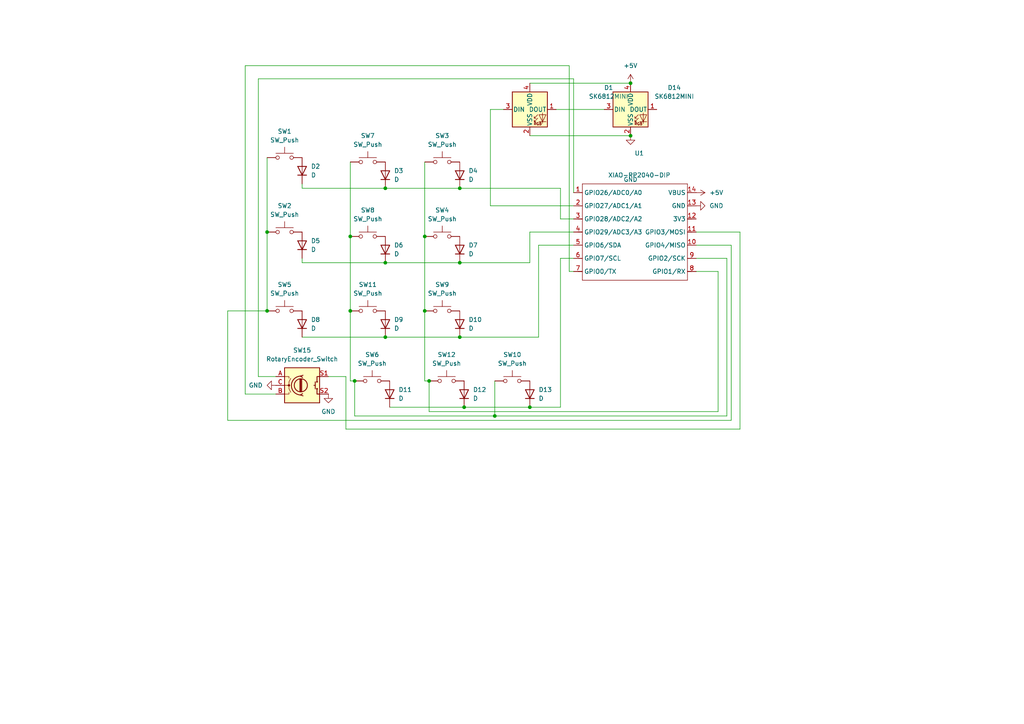
<source format=kicad_sch>
(kicad_sch
	(version 20231120)
	(generator "eeschema")
	(generator_version "8.0")
	(uuid "fd2a8214-c856-41eb-a67a-76db18845581")
	(paper "A4")
	(lib_symbols
		(symbol "Device:D"
			(pin_numbers hide)
			(pin_names
				(offset 1.016) hide)
			(exclude_from_sim no)
			(in_bom yes)
			(on_board yes)
			(property "Reference" "D"
				(at 0 2.54 0)
				(effects
					(font
						(size 1.27 1.27)
					)
				)
			)
			(property "Value" "D"
				(at 0 -2.54 0)
				(effects
					(font
						(size 1.27 1.27)
					)
				)
			)
			(property "Footprint" ""
				(at 0 0 0)
				(effects
					(font
						(size 1.27 1.27)
					)
					(hide yes)
				)
			)
			(property "Datasheet" "~"
				(at 0 0 0)
				(effects
					(font
						(size 1.27 1.27)
					)
					(hide yes)
				)
			)
			(property "Description" "Diode"
				(at 0 0 0)
				(effects
					(font
						(size 1.27 1.27)
					)
					(hide yes)
				)
			)
			(property "Sim.Device" "D"
				(at 0 0 0)
				(effects
					(font
						(size 1.27 1.27)
					)
					(hide yes)
				)
			)
			(property "Sim.Pins" "1=K 2=A"
				(at 0 0 0)
				(effects
					(font
						(size 1.27 1.27)
					)
					(hide yes)
				)
			)
			(property "ki_keywords" "diode"
				(at 0 0 0)
				(effects
					(font
						(size 1.27 1.27)
					)
					(hide yes)
				)
			)
			(property "ki_fp_filters" "TO-???* *_Diode_* *SingleDiode* D_*"
				(at 0 0 0)
				(effects
					(font
						(size 1.27 1.27)
					)
					(hide yes)
				)
			)
			(symbol "D_0_1"
				(polyline
					(pts
						(xy -1.27 1.27) (xy -1.27 -1.27)
					)
					(stroke
						(width 0.254)
						(type default)
					)
					(fill
						(type none)
					)
				)
				(polyline
					(pts
						(xy 1.27 0) (xy -1.27 0)
					)
					(stroke
						(width 0)
						(type default)
					)
					(fill
						(type none)
					)
				)
				(polyline
					(pts
						(xy 1.27 1.27) (xy 1.27 -1.27) (xy -1.27 0) (xy 1.27 1.27)
					)
					(stroke
						(width 0.254)
						(type default)
					)
					(fill
						(type none)
					)
				)
			)
			(symbol "D_1_1"
				(pin passive line
					(at -3.81 0 0)
					(length 2.54)
					(name "K"
						(effects
							(font
								(size 1.27 1.27)
							)
						)
					)
					(number "1"
						(effects
							(font
								(size 1.27 1.27)
							)
						)
					)
				)
				(pin passive line
					(at 3.81 0 180)
					(length 2.54)
					(name "A"
						(effects
							(font
								(size 1.27 1.27)
							)
						)
					)
					(number "2"
						(effects
							(font
								(size 1.27 1.27)
							)
						)
					)
				)
			)
		)
		(symbol "Device:RotaryEncoder_Switch"
			(pin_names
				(offset 0.254) hide)
			(exclude_from_sim no)
			(in_bom yes)
			(on_board yes)
			(property "Reference" "SW"
				(at 0 6.604 0)
				(effects
					(font
						(size 1.27 1.27)
					)
				)
			)
			(property "Value" "RotaryEncoder_Switch"
				(at 0 -6.604 0)
				(effects
					(font
						(size 1.27 1.27)
					)
				)
			)
			(property "Footprint" ""
				(at -3.81 4.064 0)
				(effects
					(font
						(size 1.27 1.27)
					)
					(hide yes)
				)
			)
			(property "Datasheet" "~"
				(at 0 6.604 0)
				(effects
					(font
						(size 1.27 1.27)
					)
					(hide yes)
				)
			)
			(property "Description" "Rotary encoder, dual channel, incremental quadrate outputs, with switch"
				(at 0 0 0)
				(effects
					(font
						(size 1.27 1.27)
					)
					(hide yes)
				)
			)
			(property "ki_keywords" "rotary switch encoder switch push button"
				(at 0 0 0)
				(effects
					(font
						(size 1.27 1.27)
					)
					(hide yes)
				)
			)
			(property "ki_fp_filters" "RotaryEncoder*Switch*"
				(at 0 0 0)
				(effects
					(font
						(size 1.27 1.27)
					)
					(hide yes)
				)
			)
			(symbol "RotaryEncoder_Switch_0_1"
				(rectangle
					(start -5.08 5.08)
					(end 5.08 -5.08)
					(stroke
						(width 0.254)
						(type default)
					)
					(fill
						(type background)
					)
				)
				(circle
					(center -3.81 0)
					(radius 0.254)
					(stroke
						(width 0)
						(type default)
					)
					(fill
						(type outline)
					)
				)
				(circle
					(center -0.381 0)
					(radius 1.905)
					(stroke
						(width 0.254)
						(type default)
					)
					(fill
						(type none)
					)
				)
				(arc
					(start -0.381 2.667)
					(mid -3.0988 -0.0635)
					(end -0.381 -2.794)
					(stroke
						(width 0.254)
						(type default)
					)
					(fill
						(type none)
					)
				)
				(polyline
					(pts
						(xy -0.635 -1.778) (xy -0.635 1.778)
					)
					(stroke
						(width 0.254)
						(type default)
					)
					(fill
						(type none)
					)
				)
				(polyline
					(pts
						(xy -0.381 -1.778) (xy -0.381 1.778)
					)
					(stroke
						(width 0.254)
						(type default)
					)
					(fill
						(type none)
					)
				)
				(polyline
					(pts
						(xy -0.127 1.778) (xy -0.127 -1.778)
					)
					(stroke
						(width 0.254)
						(type default)
					)
					(fill
						(type none)
					)
				)
				(polyline
					(pts
						(xy 3.81 0) (xy 3.429 0)
					)
					(stroke
						(width 0.254)
						(type default)
					)
					(fill
						(type none)
					)
				)
				(polyline
					(pts
						(xy 3.81 1.016) (xy 3.81 -1.016)
					)
					(stroke
						(width 0.254)
						(type default)
					)
					(fill
						(type none)
					)
				)
				(polyline
					(pts
						(xy -5.08 -2.54) (xy -3.81 -2.54) (xy -3.81 -2.032)
					)
					(stroke
						(width 0)
						(type default)
					)
					(fill
						(type none)
					)
				)
				(polyline
					(pts
						(xy -5.08 2.54) (xy -3.81 2.54) (xy -3.81 2.032)
					)
					(stroke
						(width 0)
						(type default)
					)
					(fill
						(type none)
					)
				)
				(polyline
					(pts
						(xy 0.254 -3.048) (xy -0.508 -2.794) (xy 0.127 -2.413)
					)
					(stroke
						(width 0.254)
						(type default)
					)
					(fill
						(type none)
					)
				)
				(polyline
					(pts
						(xy 0.254 2.921) (xy -0.508 2.667) (xy 0.127 2.286)
					)
					(stroke
						(width 0.254)
						(type default)
					)
					(fill
						(type none)
					)
				)
				(polyline
					(pts
						(xy 5.08 -2.54) (xy 4.318 -2.54) (xy 4.318 -1.016)
					)
					(stroke
						(width 0.254)
						(type default)
					)
					(fill
						(type none)
					)
				)
				(polyline
					(pts
						(xy 5.08 2.54) (xy 4.318 2.54) (xy 4.318 1.016)
					)
					(stroke
						(width 0.254)
						(type default)
					)
					(fill
						(type none)
					)
				)
				(polyline
					(pts
						(xy -5.08 0) (xy -3.81 0) (xy -3.81 -1.016) (xy -3.302 -2.032)
					)
					(stroke
						(width 0)
						(type default)
					)
					(fill
						(type none)
					)
				)
				(polyline
					(pts
						(xy -4.318 0) (xy -3.81 0) (xy -3.81 1.016) (xy -3.302 2.032)
					)
					(stroke
						(width 0)
						(type default)
					)
					(fill
						(type none)
					)
				)
				(circle
					(center 4.318 -1.016)
					(radius 0.127)
					(stroke
						(width 0.254)
						(type default)
					)
					(fill
						(type none)
					)
				)
				(circle
					(center 4.318 1.016)
					(radius 0.127)
					(stroke
						(width 0.254)
						(type default)
					)
					(fill
						(type none)
					)
				)
			)
			(symbol "RotaryEncoder_Switch_1_1"
				(pin passive line
					(at -7.62 2.54 0)
					(length 2.54)
					(name "A"
						(effects
							(font
								(size 1.27 1.27)
							)
						)
					)
					(number "A"
						(effects
							(font
								(size 1.27 1.27)
							)
						)
					)
				)
				(pin passive line
					(at -7.62 -2.54 0)
					(length 2.54)
					(name "B"
						(effects
							(font
								(size 1.27 1.27)
							)
						)
					)
					(number "B"
						(effects
							(font
								(size 1.27 1.27)
							)
						)
					)
				)
				(pin passive line
					(at -7.62 0 0)
					(length 2.54)
					(name "C"
						(effects
							(font
								(size 1.27 1.27)
							)
						)
					)
					(number "C"
						(effects
							(font
								(size 1.27 1.27)
							)
						)
					)
				)
				(pin passive line
					(at 7.62 2.54 180)
					(length 2.54)
					(name "S1"
						(effects
							(font
								(size 1.27 1.27)
							)
						)
					)
					(number "S1"
						(effects
							(font
								(size 1.27 1.27)
							)
						)
					)
				)
				(pin passive line
					(at 7.62 -2.54 180)
					(length 2.54)
					(name "S2"
						(effects
							(font
								(size 1.27 1.27)
							)
						)
					)
					(number "S2"
						(effects
							(font
								(size 1.27 1.27)
							)
						)
					)
				)
			)
		)
		(symbol "LED:SK6812MINI"
			(pin_names
				(offset 0.254)
			)
			(exclude_from_sim no)
			(in_bom yes)
			(on_board yes)
			(property "Reference" "D"
				(at 5.08 5.715 0)
				(effects
					(font
						(size 1.27 1.27)
					)
					(justify right bottom)
				)
			)
			(property "Value" "SK6812MINI"
				(at 1.27 -5.715 0)
				(effects
					(font
						(size 1.27 1.27)
					)
					(justify left top)
				)
			)
			(property "Footprint" "LED_SMD:LED_SK6812MINI_PLCC4_3.5x3.5mm_P1.75mm"
				(at 1.27 -7.62 0)
				(effects
					(font
						(size 1.27 1.27)
					)
					(justify left top)
					(hide yes)
				)
			)
			(property "Datasheet" "https://cdn-shop.adafruit.com/product-files/2686/SK6812MINI_REV.01-1-2.pdf"
				(at 2.54 -9.525 0)
				(effects
					(font
						(size 1.27 1.27)
					)
					(justify left top)
					(hide yes)
				)
			)
			(property "Description" "RGB LED with integrated controller"
				(at 0 0 0)
				(effects
					(font
						(size 1.27 1.27)
					)
					(hide yes)
				)
			)
			(property "ki_keywords" "RGB LED NeoPixel Mini addressable"
				(at 0 0 0)
				(effects
					(font
						(size 1.27 1.27)
					)
					(hide yes)
				)
			)
			(property "ki_fp_filters" "LED*SK6812MINI*PLCC*3.5x3.5mm*P1.75mm*"
				(at 0 0 0)
				(effects
					(font
						(size 1.27 1.27)
					)
					(hide yes)
				)
			)
			(symbol "SK6812MINI_0_0"
				(text "RGB"
					(at 2.286 -4.191 0)
					(effects
						(font
							(size 0.762 0.762)
						)
					)
				)
			)
			(symbol "SK6812MINI_0_1"
				(polyline
					(pts
						(xy 1.27 -3.556) (xy 1.778 -3.556)
					)
					(stroke
						(width 0)
						(type default)
					)
					(fill
						(type none)
					)
				)
				(polyline
					(pts
						(xy 1.27 -2.54) (xy 1.778 -2.54)
					)
					(stroke
						(width 0)
						(type default)
					)
					(fill
						(type none)
					)
				)
				(polyline
					(pts
						(xy 4.699 -3.556) (xy 2.667 -3.556)
					)
					(stroke
						(width 0)
						(type default)
					)
					(fill
						(type none)
					)
				)
				(polyline
					(pts
						(xy 2.286 -2.54) (xy 1.27 -3.556) (xy 1.27 -3.048)
					)
					(stroke
						(width 0)
						(type default)
					)
					(fill
						(type none)
					)
				)
				(polyline
					(pts
						(xy 2.286 -1.524) (xy 1.27 -2.54) (xy 1.27 -2.032)
					)
					(stroke
						(width 0)
						(type default)
					)
					(fill
						(type none)
					)
				)
				(polyline
					(pts
						(xy 3.683 -1.016) (xy 3.683 -3.556) (xy 3.683 -4.064)
					)
					(stroke
						(width 0)
						(type default)
					)
					(fill
						(type none)
					)
				)
				(polyline
					(pts
						(xy 4.699 -1.524) (xy 2.667 -1.524) (xy 3.683 -3.556) (xy 4.699 -1.524)
					)
					(stroke
						(width 0)
						(type default)
					)
					(fill
						(type none)
					)
				)
				(rectangle
					(start 5.08 5.08)
					(end -5.08 -5.08)
					(stroke
						(width 0.254)
						(type default)
					)
					(fill
						(type background)
					)
				)
			)
			(symbol "SK6812MINI_1_1"
				(pin output line
					(at 7.62 0 180)
					(length 2.54)
					(name "DOUT"
						(effects
							(font
								(size 1.27 1.27)
							)
						)
					)
					(number "1"
						(effects
							(font
								(size 1.27 1.27)
							)
						)
					)
				)
				(pin power_in line
					(at 0 -7.62 90)
					(length 2.54)
					(name "VSS"
						(effects
							(font
								(size 1.27 1.27)
							)
						)
					)
					(number "2"
						(effects
							(font
								(size 1.27 1.27)
							)
						)
					)
				)
				(pin input line
					(at -7.62 0 0)
					(length 2.54)
					(name "DIN"
						(effects
							(font
								(size 1.27 1.27)
							)
						)
					)
					(number "3"
						(effects
							(font
								(size 1.27 1.27)
							)
						)
					)
				)
				(pin power_in line
					(at 0 7.62 270)
					(length 2.54)
					(name "VDD"
						(effects
							(font
								(size 1.27 1.27)
							)
						)
					)
					(number "4"
						(effects
							(font
								(size 1.27 1.27)
							)
						)
					)
				)
			)
		)
		(symbol "Switch:SW_Push"
			(pin_numbers hide)
			(pin_names
				(offset 1.016) hide)
			(exclude_from_sim no)
			(in_bom yes)
			(on_board yes)
			(property "Reference" "SW"
				(at 1.27 2.54 0)
				(effects
					(font
						(size 1.27 1.27)
					)
					(justify left)
				)
			)
			(property "Value" "SW_Push"
				(at 0 -1.524 0)
				(effects
					(font
						(size 1.27 1.27)
					)
				)
			)
			(property "Footprint" ""
				(at 0 5.08 0)
				(effects
					(font
						(size 1.27 1.27)
					)
					(hide yes)
				)
			)
			(property "Datasheet" "~"
				(at 0 5.08 0)
				(effects
					(font
						(size 1.27 1.27)
					)
					(hide yes)
				)
			)
			(property "Description" "Push button switch, generic, two pins"
				(at 0 0 0)
				(effects
					(font
						(size 1.27 1.27)
					)
					(hide yes)
				)
			)
			(property "ki_keywords" "switch normally-open pushbutton push-button"
				(at 0 0 0)
				(effects
					(font
						(size 1.27 1.27)
					)
					(hide yes)
				)
			)
			(symbol "SW_Push_0_1"
				(circle
					(center -2.032 0)
					(radius 0.508)
					(stroke
						(width 0)
						(type default)
					)
					(fill
						(type none)
					)
				)
				(polyline
					(pts
						(xy 0 1.27) (xy 0 3.048)
					)
					(stroke
						(width 0)
						(type default)
					)
					(fill
						(type none)
					)
				)
				(polyline
					(pts
						(xy 2.54 1.27) (xy -2.54 1.27)
					)
					(stroke
						(width 0)
						(type default)
					)
					(fill
						(type none)
					)
				)
				(circle
					(center 2.032 0)
					(radius 0.508)
					(stroke
						(width 0)
						(type default)
					)
					(fill
						(type none)
					)
				)
				(pin passive line
					(at -5.08 0 0)
					(length 2.54)
					(name "1"
						(effects
							(font
								(size 1.27 1.27)
							)
						)
					)
					(number "1"
						(effects
							(font
								(size 1.27 1.27)
							)
						)
					)
				)
				(pin passive line
					(at 5.08 0 180)
					(length 2.54)
					(name "2"
						(effects
							(font
								(size 1.27 1.27)
							)
						)
					)
					(number "2"
						(effects
							(font
								(size 1.27 1.27)
							)
						)
					)
				)
			)
		)
		(symbol "libturtle:XIAO-RP2040-DIP"
			(exclude_from_sim no)
			(in_bom yes)
			(on_board yes)
			(property "Reference" "U"
				(at 0 0 0)
				(effects
					(font
						(size 1.27 1.27)
					)
				)
			)
			(property "Value" "XIAO-RP2040-DIP"
				(at 5.334 -1.778 0)
				(effects
					(font
						(size 1.27 1.27)
					)
				)
			)
			(property "Footprint" "Module:MOUDLE14P-XIAO-DIP-SMD"
				(at 14.478 -32.258 0)
				(effects
					(font
						(size 1.27 1.27)
					)
					(hide yes)
				)
			)
			(property "Datasheet" ""
				(at 0 0 0)
				(effects
					(font
						(size 1.27 1.27)
					)
					(hide yes)
				)
			)
			(property "Description" ""
				(at 0 0 0)
				(effects
					(font
						(size 1.27 1.27)
					)
					(hide yes)
				)
			)
			(symbol "XIAO-RP2040-DIP_1_0"
				(polyline
					(pts
						(xy -1.27 -30.48) (xy -1.27 -16.51)
					)
					(stroke
						(width 0.1524)
						(type solid)
					)
					(fill
						(type none)
					)
				)
				(polyline
					(pts
						(xy -1.27 -27.94) (xy -2.54 -27.94)
					)
					(stroke
						(width 0.1524)
						(type solid)
					)
					(fill
						(type none)
					)
				)
				(polyline
					(pts
						(xy -1.27 -24.13) (xy -2.54 -24.13)
					)
					(stroke
						(width 0.1524)
						(type solid)
					)
					(fill
						(type none)
					)
				)
				(polyline
					(pts
						(xy -1.27 -20.32) (xy -2.54 -20.32)
					)
					(stroke
						(width 0.1524)
						(type solid)
					)
					(fill
						(type none)
					)
				)
				(polyline
					(pts
						(xy -1.27 -16.51) (xy -2.54 -16.51)
					)
					(stroke
						(width 0.1524)
						(type solid)
					)
					(fill
						(type none)
					)
				)
				(polyline
					(pts
						(xy -1.27 -16.51) (xy -1.27 -12.7)
					)
					(stroke
						(width 0.1524)
						(type solid)
					)
					(fill
						(type none)
					)
				)
				(polyline
					(pts
						(xy -1.27 -12.7) (xy -2.54 -12.7)
					)
					(stroke
						(width 0.1524)
						(type solid)
					)
					(fill
						(type none)
					)
				)
				(polyline
					(pts
						(xy -1.27 -12.7) (xy -1.27 -8.89)
					)
					(stroke
						(width 0.1524)
						(type solid)
					)
					(fill
						(type none)
					)
				)
				(polyline
					(pts
						(xy -1.27 -8.89) (xy -2.54 -8.89)
					)
					(stroke
						(width 0.1524)
						(type solid)
					)
					(fill
						(type none)
					)
				)
				(polyline
					(pts
						(xy -1.27 -8.89) (xy -1.27 -5.08)
					)
					(stroke
						(width 0.1524)
						(type solid)
					)
					(fill
						(type none)
					)
				)
				(polyline
					(pts
						(xy -1.27 -5.08) (xy -2.54 -5.08)
					)
					(stroke
						(width 0.1524)
						(type solid)
					)
					(fill
						(type none)
					)
				)
				(polyline
					(pts
						(xy -1.27 -5.08) (xy -1.27 -2.54)
					)
					(stroke
						(width 0.1524)
						(type solid)
					)
					(fill
						(type none)
					)
				)
				(polyline
					(pts
						(xy -1.27 -2.54) (xy 29.21 -2.54)
					)
					(stroke
						(width 0.1524)
						(type solid)
					)
					(fill
						(type none)
					)
				)
				(polyline
					(pts
						(xy 29.21 -30.48) (xy -1.27 -30.48)
					)
					(stroke
						(width 0.1524)
						(type solid)
					)
					(fill
						(type none)
					)
				)
				(polyline
					(pts
						(xy 29.21 -12.7) (xy 29.21 -30.48)
					)
					(stroke
						(width 0.1524)
						(type solid)
					)
					(fill
						(type none)
					)
				)
				(polyline
					(pts
						(xy 29.21 -8.89) (xy 29.21 -12.7)
					)
					(stroke
						(width 0.1524)
						(type solid)
					)
					(fill
						(type none)
					)
				)
				(polyline
					(pts
						(xy 29.21 -5.08) (xy 29.21 -8.89)
					)
					(stroke
						(width 0.1524)
						(type solid)
					)
					(fill
						(type none)
					)
				)
				(polyline
					(pts
						(xy 29.21 -2.54) (xy 29.21 -5.08)
					)
					(stroke
						(width 0.1524)
						(type solid)
					)
					(fill
						(type none)
					)
				)
				(polyline
					(pts
						(xy 30.48 -27.94) (xy 29.21 -27.94)
					)
					(stroke
						(width 0.1524)
						(type solid)
					)
					(fill
						(type none)
					)
				)
				(polyline
					(pts
						(xy 30.48 -24.13) (xy 29.21 -24.13)
					)
					(stroke
						(width 0.1524)
						(type solid)
					)
					(fill
						(type none)
					)
				)
				(polyline
					(pts
						(xy 30.48 -20.32) (xy 29.21 -20.32)
					)
					(stroke
						(width 0.1524)
						(type solid)
					)
					(fill
						(type none)
					)
				)
				(polyline
					(pts
						(xy 30.48 -16.51) (xy 29.21 -16.51)
					)
					(stroke
						(width 0.1524)
						(type solid)
					)
					(fill
						(type none)
					)
				)
				(polyline
					(pts
						(xy 30.48 -12.7) (xy 29.21 -12.7)
					)
					(stroke
						(width 0.1524)
						(type solid)
					)
					(fill
						(type none)
					)
				)
				(polyline
					(pts
						(xy 30.48 -8.89) (xy 29.21 -8.89)
					)
					(stroke
						(width 0.1524)
						(type solid)
					)
					(fill
						(type none)
					)
				)
				(polyline
					(pts
						(xy 30.48 -5.08) (xy 29.21 -5.08)
					)
					(stroke
						(width 0.1524)
						(type solid)
					)
					(fill
						(type none)
					)
				)
				(pin passive line
					(at -3.81 -5.08 0)
					(length 2.54)
					(name "GPIO26/ADC0/A0"
						(effects
							(font
								(size 1.27 1.27)
							)
						)
					)
					(number "1"
						(effects
							(font
								(size 1.27 1.27)
							)
						)
					)
				)
				(pin passive line
					(at 31.75 -20.32 180)
					(length 2.54)
					(name "GPIO4/MISO"
						(effects
							(font
								(size 1.27 1.27)
							)
						)
					)
					(number "10"
						(effects
							(font
								(size 1.27 1.27)
							)
						)
					)
				)
				(pin passive line
					(at 31.75 -16.51 180)
					(length 2.54)
					(name "GPIO3/MOSI"
						(effects
							(font
								(size 1.27 1.27)
							)
						)
					)
					(number "11"
						(effects
							(font
								(size 1.27 1.27)
							)
						)
					)
				)
				(pin passive line
					(at 31.75 -12.7 180)
					(length 2.54)
					(name "3V3"
						(effects
							(font
								(size 1.27 1.27)
							)
						)
					)
					(number "12"
						(effects
							(font
								(size 1.27 1.27)
							)
						)
					)
				)
				(pin passive line
					(at 31.75 -8.89 180)
					(length 2.54)
					(name "GND"
						(effects
							(font
								(size 1.27 1.27)
							)
						)
					)
					(number "13"
						(effects
							(font
								(size 1.27 1.27)
							)
						)
					)
				)
				(pin passive line
					(at 31.75 -5.08 180)
					(length 2.54)
					(name "VBUS"
						(effects
							(font
								(size 1.27 1.27)
							)
						)
					)
					(number "14"
						(effects
							(font
								(size 1.27 1.27)
							)
						)
					)
				)
				(pin passive line
					(at -3.81 -8.89 0)
					(length 2.54)
					(name "GPIO27/ADC1/A1"
						(effects
							(font
								(size 1.27 1.27)
							)
						)
					)
					(number "2"
						(effects
							(font
								(size 1.27 1.27)
							)
						)
					)
				)
				(pin passive line
					(at -3.81 -12.7 0)
					(length 2.54)
					(name "GPIO28/ADC2/A2"
						(effects
							(font
								(size 1.27 1.27)
							)
						)
					)
					(number "3"
						(effects
							(font
								(size 1.27 1.27)
							)
						)
					)
				)
				(pin passive line
					(at -3.81 -16.51 0)
					(length 2.54)
					(name "GPIO29/ADC3/A3"
						(effects
							(font
								(size 1.27 1.27)
							)
						)
					)
					(number "4"
						(effects
							(font
								(size 1.27 1.27)
							)
						)
					)
				)
				(pin passive line
					(at -3.81 -20.32 0)
					(length 2.54)
					(name "GPIO6/SDA"
						(effects
							(font
								(size 1.27 1.27)
							)
						)
					)
					(number "5"
						(effects
							(font
								(size 1.27 1.27)
							)
						)
					)
				)
				(pin passive line
					(at -3.81 -24.13 0)
					(length 2.54)
					(name "GPIO7/SCL"
						(effects
							(font
								(size 1.27 1.27)
							)
						)
					)
					(number "6"
						(effects
							(font
								(size 1.27 1.27)
							)
						)
					)
				)
				(pin passive line
					(at -3.81 -27.94 0)
					(length 2.54)
					(name "GPIO0/TX"
						(effects
							(font
								(size 1.27 1.27)
							)
						)
					)
					(number "7"
						(effects
							(font
								(size 1.27 1.27)
							)
						)
					)
				)
				(pin passive line
					(at 31.75 -27.94 180)
					(length 2.54)
					(name "GPIO1/RX"
						(effects
							(font
								(size 1.27 1.27)
							)
						)
					)
					(number "8"
						(effects
							(font
								(size 1.27 1.27)
							)
						)
					)
				)
				(pin passive line
					(at 31.75 -24.13 180)
					(length 2.54)
					(name "GPIO2/SCK"
						(effects
							(font
								(size 1.27 1.27)
							)
						)
					)
					(number "9"
						(effects
							(font
								(size 1.27 1.27)
							)
						)
					)
				)
			)
		)
		(symbol "power:+5V"
			(power)
			(pin_numbers hide)
			(pin_names
				(offset 0) hide)
			(exclude_from_sim no)
			(in_bom yes)
			(on_board yes)
			(property "Reference" "#PWR"
				(at 0 -3.81 0)
				(effects
					(font
						(size 1.27 1.27)
					)
					(hide yes)
				)
			)
			(property "Value" "+5V"
				(at 0 3.556 0)
				(effects
					(font
						(size 1.27 1.27)
					)
				)
			)
			(property "Footprint" ""
				(at 0 0 0)
				(effects
					(font
						(size 1.27 1.27)
					)
					(hide yes)
				)
			)
			(property "Datasheet" ""
				(at 0 0 0)
				(effects
					(font
						(size 1.27 1.27)
					)
					(hide yes)
				)
			)
			(property "Description" "Power symbol creates a global label with name \"+5V\""
				(at 0 0 0)
				(effects
					(font
						(size 1.27 1.27)
					)
					(hide yes)
				)
			)
			(property "ki_keywords" "global power"
				(at 0 0 0)
				(effects
					(font
						(size 1.27 1.27)
					)
					(hide yes)
				)
			)
			(symbol "+5V_0_1"
				(polyline
					(pts
						(xy -0.762 1.27) (xy 0 2.54)
					)
					(stroke
						(width 0)
						(type default)
					)
					(fill
						(type none)
					)
				)
				(polyline
					(pts
						(xy 0 0) (xy 0 2.54)
					)
					(stroke
						(width 0)
						(type default)
					)
					(fill
						(type none)
					)
				)
				(polyline
					(pts
						(xy 0 2.54) (xy 0.762 1.27)
					)
					(stroke
						(width 0)
						(type default)
					)
					(fill
						(type none)
					)
				)
			)
			(symbol "+5V_1_1"
				(pin power_in line
					(at 0 0 90)
					(length 0)
					(name "~"
						(effects
							(font
								(size 1.27 1.27)
							)
						)
					)
					(number "1"
						(effects
							(font
								(size 1.27 1.27)
							)
						)
					)
				)
			)
		)
		(symbol "power:GND"
			(power)
			(pin_numbers hide)
			(pin_names
				(offset 0) hide)
			(exclude_from_sim no)
			(in_bom yes)
			(on_board yes)
			(property "Reference" "#PWR"
				(at 0 -6.35 0)
				(effects
					(font
						(size 1.27 1.27)
					)
					(hide yes)
				)
			)
			(property "Value" "GND"
				(at 0 -3.81 0)
				(effects
					(font
						(size 1.27 1.27)
					)
				)
			)
			(property "Footprint" ""
				(at 0 0 0)
				(effects
					(font
						(size 1.27 1.27)
					)
					(hide yes)
				)
			)
			(property "Datasheet" ""
				(at 0 0 0)
				(effects
					(font
						(size 1.27 1.27)
					)
					(hide yes)
				)
			)
			(property "Description" "Power symbol creates a global label with name \"GND\" , ground"
				(at 0 0 0)
				(effects
					(font
						(size 1.27 1.27)
					)
					(hide yes)
				)
			)
			(property "ki_keywords" "global power"
				(at 0 0 0)
				(effects
					(font
						(size 1.27 1.27)
					)
					(hide yes)
				)
			)
			(symbol "GND_0_1"
				(polyline
					(pts
						(xy 0 0) (xy 0 -1.27) (xy 1.27 -1.27) (xy 0 -2.54) (xy -1.27 -1.27) (xy 0 -1.27)
					)
					(stroke
						(width 0)
						(type default)
					)
					(fill
						(type none)
					)
				)
			)
			(symbol "GND_1_1"
				(pin power_in line
					(at 0 0 270)
					(length 0)
					(name "~"
						(effects
							(font
								(size 1.27 1.27)
							)
						)
					)
					(number "1"
						(effects
							(font
								(size 1.27 1.27)
							)
						)
					)
				)
			)
		)
	)
	(junction
		(at 133.35 76.2)
		(diameter 0)
		(color 0 0 0 0)
		(uuid "2e109070-7e9b-42bb-807e-06daddfa7e86")
	)
	(junction
		(at 77.47 90.17)
		(diameter 0)
		(color 0 0 0 0)
		(uuid "359323d9-1e82-41fd-a97c-3cbd8d8807ce")
	)
	(junction
		(at 111.76 54.61)
		(diameter 0)
		(color 0 0 0 0)
		(uuid "3e168896-8239-4789-b70d-3138aaf0ce4f")
	)
	(junction
		(at 143.51 120.65)
		(diameter 0)
		(color 0 0 0 0)
		(uuid "40f5365a-1050-462c-9719-cad5dec54653")
	)
	(junction
		(at 182.88 39.37)
		(diameter 0)
		(color 0 0 0 0)
		(uuid "48b8ec2a-96ae-4689-b972-ae87cabe7d97")
	)
	(junction
		(at 133.35 97.79)
		(diameter 0)
		(color 0 0 0 0)
		(uuid "4cc272b9-e9a0-44d8-a9d2-2a75035fc034")
	)
	(junction
		(at 153.67 118.11)
		(diameter 0)
		(color 0 0 0 0)
		(uuid "509b612c-078e-4642-ae53-4de206f1a31a")
	)
	(junction
		(at 134.62 118.11)
		(diameter 0)
		(color 0 0 0 0)
		(uuid "522b8cc2-f14c-4b56-8ca3-0a7b0413aee6")
	)
	(junction
		(at 124.46 110.49)
		(diameter 0)
		(color 0 0 0 0)
		(uuid "571cb11e-1e58-4eec-8550-8acb8fca1001")
	)
	(junction
		(at 111.76 76.2)
		(diameter 0)
		(color 0 0 0 0)
		(uuid "6397fff0-086d-4e0c-9e89-4bfd4c2c5d22")
	)
	(junction
		(at 77.47 67.31)
		(diameter 0)
		(color 0 0 0 0)
		(uuid "64834a37-6f51-4262-88f9-fd22d6d9924d")
	)
	(junction
		(at 102.87 110.49)
		(diameter 0)
		(color 0 0 0 0)
		(uuid "69a79092-9095-42e9-b3bb-50700ffec30f")
	)
	(junction
		(at 133.35 54.61)
		(diameter 0)
		(color 0 0 0 0)
		(uuid "7738ff61-b037-4454-b7b9-15173901ec68")
	)
	(junction
		(at 101.6 68.58)
		(diameter 0)
		(color 0 0 0 0)
		(uuid "9e08997c-66c2-43d7-9b36-fb18064e5851")
	)
	(junction
		(at 123.19 68.58)
		(diameter 0)
		(color 0 0 0 0)
		(uuid "aa0a9d21-69e3-426f-9a83-73eb41492e15")
	)
	(junction
		(at 123.19 90.17)
		(diameter 0)
		(color 0 0 0 0)
		(uuid "c436e3f6-8e91-4366-97d8-b04a6be153a0")
	)
	(junction
		(at 111.76 97.79)
		(diameter 0)
		(color 0 0 0 0)
		(uuid "c8e530ef-7fc4-486e-8db7-685da00b3e98")
	)
	(junction
		(at 182.88 24.13)
		(diameter 0)
		(color 0 0 0 0)
		(uuid "e8943024-baba-4f95-a841-11a4864b938d")
	)
	(junction
		(at 101.6 90.17)
		(diameter 0)
		(color 0 0 0 0)
		(uuid "ee63dca8-58ec-46af-8a35-0a57712a763b")
	)
	(wire
		(pts
			(xy 208.28 78.74) (xy 201.93 78.74)
		)
		(stroke
			(width 0)
			(type default)
		)
		(uuid "00214219-e496-4784-81de-7124b95303dd")
	)
	(wire
		(pts
			(xy 74.93 22.86) (xy 166.37 22.86)
		)
		(stroke
			(width 0)
			(type default)
		)
		(uuid "046b9d6f-5530-4e33-b046-2f7006142b95")
	)
	(wire
		(pts
			(xy 153.67 24.13) (xy 182.88 24.13)
		)
		(stroke
			(width 0)
			(type default)
		)
		(uuid "04ebe7af-c0d4-41dc-974d-742c07b38b8c")
	)
	(wire
		(pts
			(xy 71.12 19.05) (xy 165.1 19.05)
		)
		(stroke
			(width 0)
			(type default)
		)
		(uuid "0a4a202f-fc19-4598-a10a-9461b59fe5cf")
	)
	(wire
		(pts
			(xy 162.56 63.5) (xy 166.37 63.5)
		)
		(stroke
			(width 0)
			(type default)
		)
		(uuid "0b570bb9-5478-4fd5-8d42-fe8f0be2b5a1")
	)
	(wire
		(pts
			(xy 101.6 68.58) (xy 101.6 90.17)
		)
		(stroke
			(width 0)
			(type default)
		)
		(uuid "115d73de-f7eb-4bc6-b8c4-6fc0568abbc5")
	)
	(wire
		(pts
			(xy 156.21 71.12) (xy 166.37 71.12)
		)
		(stroke
			(width 0)
			(type default)
		)
		(uuid "153ff292-0001-417e-914d-22d8ca0d9dad")
	)
	(wire
		(pts
			(xy 162.56 118.11) (xy 162.56 74.93)
		)
		(stroke
			(width 0)
			(type default)
		)
		(uuid "17ee4e2e-2bbf-46ec-99aa-21b60b010794")
	)
	(wire
		(pts
			(xy 214.63 124.46) (xy 214.63 67.31)
		)
		(stroke
			(width 0)
			(type default)
		)
		(uuid "1bbe4674-b873-4702-8d10-3abd801cc036")
	)
	(wire
		(pts
			(xy 102.87 120.65) (xy 143.51 120.65)
		)
		(stroke
			(width 0)
			(type default)
		)
		(uuid "1c17e630-41cd-4d8c-aa74-ed4d248478ce")
	)
	(wire
		(pts
			(xy 87.63 76.2) (xy 111.76 76.2)
		)
		(stroke
			(width 0)
			(type default)
		)
		(uuid "1fba09b5-926d-4ed9-b15f-a770d197a0a8")
	)
	(wire
		(pts
			(xy 77.47 45.72) (xy 77.47 67.31)
		)
		(stroke
			(width 0)
			(type default)
		)
		(uuid "2580dbd3-5150-40f5-b982-d2a4a4c4d7d8")
	)
	(wire
		(pts
			(xy 153.67 76.2) (xy 153.67 67.31)
		)
		(stroke
			(width 0)
			(type default)
		)
		(uuid "267b2505-c390-4bc6-bbff-aea437509d2a")
	)
	(wire
		(pts
			(xy 123.19 110.49) (xy 124.46 110.49)
		)
		(stroke
			(width 0)
			(type default)
		)
		(uuid "2b7a33f4-ef81-4e38-a0ad-7eb8e8c42576")
	)
	(wire
		(pts
			(xy 95.25 109.22) (xy 100.33 109.22)
		)
		(stroke
			(width 0)
			(type default)
		)
		(uuid "33a32783-9931-4d29-8f65-c534ab012d21")
	)
	(wire
		(pts
			(xy 208.28 119.38) (xy 208.28 78.74)
		)
		(stroke
			(width 0)
			(type default)
		)
		(uuid "37d678c7-5417-43ca-8a60-ddd55d29490e")
	)
	(wire
		(pts
			(xy 210.82 120.65) (xy 210.82 74.93)
		)
		(stroke
			(width 0)
			(type default)
		)
		(uuid "3aa061a6-803e-49f6-b838-99a0ef8dfc29")
	)
	(wire
		(pts
			(xy 212.09 121.92) (xy 212.09 71.12)
		)
		(stroke
			(width 0)
			(type default)
		)
		(uuid "407d4fa5-1c86-459f-b409-138820b2c31f")
	)
	(wire
		(pts
			(xy 165.1 78.74) (xy 166.37 78.74)
		)
		(stroke
			(width 0)
			(type default)
		)
		(uuid "418b070b-8426-4c81-b183-f7fbbaa256be")
	)
	(wire
		(pts
			(xy 87.63 54.61) (xy 111.76 54.61)
		)
		(stroke
			(width 0)
			(type default)
		)
		(uuid "461afbec-dd53-463e-8741-f8ba616498b3")
	)
	(wire
		(pts
			(xy 113.03 118.11) (xy 134.62 118.11)
		)
		(stroke
			(width 0)
			(type default)
		)
		(uuid "467cdee6-783a-4009-8747-5d898bc10f53")
	)
	(wire
		(pts
			(xy 143.51 120.65) (xy 210.82 120.65)
		)
		(stroke
			(width 0)
			(type default)
		)
		(uuid "4a8947e2-2b60-4430-a9df-79bae8f2359a")
	)
	(wire
		(pts
			(xy 210.82 74.93) (xy 201.93 74.93)
		)
		(stroke
			(width 0)
			(type default)
		)
		(uuid "50618acd-d5c3-4227-bc62-c81e724eff66")
	)
	(wire
		(pts
			(xy 111.76 54.61) (xy 133.35 54.61)
		)
		(stroke
			(width 0)
			(type default)
		)
		(uuid "5a86d669-0f24-41ab-ad74-2d60cf5b093d")
	)
	(wire
		(pts
			(xy 111.76 97.79) (xy 133.35 97.79)
		)
		(stroke
			(width 0)
			(type default)
		)
		(uuid "5d7fa080-4714-4c59-838b-6c211ff6125f")
	)
	(wire
		(pts
			(xy 133.35 54.61) (xy 162.56 54.61)
		)
		(stroke
			(width 0)
			(type default)
		)
		(uuid "60102fe0-9420-4982-9ecd-9ce488181e60")
	)
	(wire
		(pts
			(xy 162.56 54.61) (xy 162.56 63.5)
		)
		(stroke
			(width 0)
			(type default)
		)
		(uuid "641fcce8-038a-4b3b-b440-e92ea9aa07fe")
	)
	(wire
		(pts
			(xy 102.87 110.49) (xy 102.87 120.65)
		)
		(stroke
			(width 0)
			(type default)
		)
		(uuid "65f6714a-6b47-4451-8b91-431331be3b50")
	)
	(wire
		(pts
			(xy 80.01 114.3) (xy 71.12 114.3)
		)
		(stroke
			(width 0)
			(type default)
		)
		(uuid "68027382-895d-415f-ba2d-87773c527e40")
	)
	(wire
		(pts
			(xy 80.01 109.22) (xy 74.93 109.22)
		)
		(stroke
			(width 0)
			(type default)
		)
		(uuid "6f3c83d8-06e7-40d1-8e0a-6a5190a294b7")
	)
	(wire
		(pts
			(xy 101.6 46.99) (xy 101.6 68.58)
		)
		(stroke
			(width 0)
			(type default)
		)
		(uuid "7d7691b8-0a45-40ad-894e-26c8ce7ea423")
	)
	(wire
		(pts
			(xy 123.19 46.99) (xy 123.19 68.58)
		)
		(stroke
			(width 0)
			(type default)
		)
		(uuid "7f6ed906-b4b2-49f9-b414-b66a0d295940")
	)
	(wire
		(pts
			(xy 133.35 97.79) (xy 156.21 97.79)
		)
		(stroke
			(width 0)
			(type default)
		)
		(uuid "83522dd4-2f06-4a45-93f0-253f525a51c7")
	)
	(wire
		(pts
			(xy 77.47 67.31) (xy 77.47 90.17)
		)
		(stroke
			(width 0)
			(type default)
		)
		(uuid "8c921574-475b-48bc-8719-1a2f87e3edba")
	)
	(wire
		(pts
			(xy 161.29 31.75) (xy 175.26 31.75)
		)
		(stroke
			(width 0)
			(type default)
		)
		(uuid "8cab2627-c829-4e48-ad9d-0ef15997aee9")
	)
	(wire
		(pts
			(xy 124.46 110.49) (xy 124.46 119.38)
		)
		(stroke
			(width 0)
			(type default)
		)
		(uuid "8f0decf4-d3a1-4b8c-8643-83674c2600be")
	)
	(wire
		(pts
			(xy 162.56 74.93) (xy 166.37 74.93)
		)
		(stroke
			(width 0)
			(type default)
		)
		(uuid "94265407-a507-46e6-9f16-1e63f7b12d15")
	)
	(wire
		(pts
			(xy 133.35 76.2) (xy 153.67 76.2)
		)
		(stroke
			(width 0)
			(type default)
		)
		(uuid "97d55aad-c3cd-42c4-8799-c9f5cec4cbbb")
	)
	(wire
		(pts
			(xy 77.47 90.17) (xy 66.04 90.17)
		)
		(stroke
			(width 0)
			(type default)
		)
		(uuid "9ba71bf0-c823-4eda-abc9-1e07bac1c53d")
	)
	(wire
		(pts
			(xy 74.93 109.22) (xy 74.93 22.86)
		)
		(stroke
			(width 0)
			(type default)
		)
		(uuid "9d8b9899-6cb6-49cd-958d-d291a0d58ce9")
	)
	(wire
		(pts
			(xy 124.46 119.38) (xy 208.28 119.38)
		)
		(stroke
			(width 0)
			(type default)
		)
		(uuid "a6f65726-5392-4d31-8919-61b48a648fbf")
	)
	(wire
		(pts
			(xy 87.63 53.34) (xy 87.63 54.61)
		)
		(stroke
			(width 0)
			(type default)
		)
		(uuid "aaeedd2d-1663-4dcf-b510-f3b88ef5f5bb")
	)
	(wire
		(pts
			(xy 153.67 39.37) (xy 182.88 39.37)
		)
		(stroke
			(width 0)
			(type default)
		)
		(uuid "aca3bee4-2e1f-419a-9930-afb206f97aa9")
	)
	(wire
		(pts
			(xy 143.51 110.49) (xy 143.51 120.65)
		)
		(stroke
			(width 0)
			(type default)
		)
		(uuid "b2d31e7d-0ffb-45fd-84c6-b575ebb4eaf0")
	)
	(wire
		(pts
			(xy 142.24 31.75) (xy 142.24 59.69)
		)
		(stroke
			(width 0)
			(type default)
		)
		(uuid "b5705327-a44c-4848-a9a3-37b3500df4cf")
	)
	(wire
		(pts
			(xy 101.6 110.49) (xy 102.87 110.49)
		)
		(stroke
			(width 0)
			(type default)
		)
		(uuid "bc0d4bfb-85d7-41ea-8e21-db4a0aa73502")
	)
	(wire
		(pts
			(xy 146.05 31.75) (xy 142.24 31.75)
		)
		(stroke
			(width 0)
			(type default)
		)
		(uuid "c19be71a-3fcd-4c81-baba-8c08e3e84c55")
	)
	(wire
		(pts
			(xy 111.76 76.2) (xy 133.35 76.2)
		)
		(stroke
			(width 0)
			(type default)
		)
		(uuid "c27303f1-28cf-4621-8462-53aad40e9248")
	)
	(wire
		(pts
			(xy 165.1 19.05) (xy 165.1 78.74)
		)
		(stroke
			(width 0)
			(type default)
		)
		(uuid "c285c49f-f75e-4e6b-840f-8f3755b56867")
	)
	(wire
		(pts
			(xy 214.63 67.31) (xy 201.93 67.31)
		)
		(stroke
			(width 0)
			(type default)
		)
		(uuid "c64c379f-cec3-493c-b2a4-f14ae94f42b4")
	)
	(wire
		(pts
			(xy 66.04 90.17) (xy 66.04 121.92)
		)
		(stroke
			(width 0)
			(type default)
		)
		(uuid "c66e97a1-e1f7-4e6f-af26-f96a46e64266")
	)
	(wire
		(pts
			(xy 166.37 22.86) (xy 166.37 55.88)
		)
		(stroke
			(width 0)
			(type default)
		)
		(uuid "c9d9b473-070c-494e-97c5-9b326a2465a3")
	)
	(wire
		(pts
			(xy 66.04 121.92) (xy 212.09 121.92)
		)
		(stroke
			(width 0)
			(type default)
		)
		(uuid "cab65df4-1efa-4682-a08c-34a30eae36d8")
	)
	(wire
		(pts
			(xy 153.67 118.11) (xy 162.56 118.11)
		)
		(stroke
			(width 0)
			(type default)
		)
		(uuid "cf2dd112-5c34-4d12-a175-babc111b689f")
	)
	(wire
		(pts
			(xy 134.62 118.11) (xy 153.67 118.11)
		)
		(stroke
			(width 0)
			(type default)
		)
		(uuid "d11982ba-38bb-4596-b57b-4f5b692c82fa")
	)
	(wire
		(pts
			(xy 156.21 97.79) (xy 156.21 71.12)
		)
		(stroke
			(width 0)
			(type default)
		)
		(uuid "d3d878df-cba9-47d5-8f69-31b439353695")
	)
	(wire
		(pts
			(xy 123.19 90.17) (xy 123.19 110.49)
		)
		(stroke
			(width 0)
			(type default)
		)
		(uuid "d7f96899-7179-4543-972e-f911ff567e1a")
	)
	(wire
		(pts
			(xy 87.63 97.79) (xy 111.76 97.79)
		)
		(stroke
			(width 0)
			(type default)
		)
		(uuid "da375ef0-389c-4319-8368-c6f9b05b60f3")
	)
	(wire
		(pts
			(xy 142.24 59.69) (xy 166.37 59.69)
		)
		(stroke
			(width 0)
			(type default)
		)
		(uuid "db6dbf64-df08-46a4-be43-d36a2870cb5f")
	)
	(wire
		(pts
			(xy 153.67 67.31) (xy 166.37 67.31)
		)
		(stroke
			(width 0)
			(type default)
		)
		(uuid "dc3539ce-62ad-4180-bb71-97c92171405f")
	)
	(wire
		(pts
			(xy 100.33 124.46) (xy 214.63 124.46)
		)
		(stroke
			(width 0)
			(type default)
		)
		(uuid "dda269e3-3560-4419-933a-b4933bfbdd61")
	)
	(wire
		(pts
			(xy 100.33 109.22) (xy 100.33 124.46)
		)
		(stroke
			(width 0)
			(type default)
		)
		(uuid "e0b1c099-2c52-417c-b4bd-091abe452591")
	)
	(wire
		(pts
			(xy 212.09 71.12) (xy 201.93 71.12)
		)
		(stroke
			(width 0)
			(type default)
		)
		(uuid "edc596a4-ca0a-408a-acd9-66e7f01212d4")
	)
	(wire
		(pts
			(xy 101.6 90.17) (xy 101.6 110.49)
		)
		(stroke
			(width 0)
			(type default)
		)
		(uuid "f02e1228-42ad-4fe4-89bd-a2403ca17877")
	)
	(wire
		(pts
			(xy 123.19 68.58) (xy 123.19 90.17)
		)
		(stroke
			(width 0)
			(type default)
		)
		(uuid "f1bfea27-7710-4032-a3f1-15dab2309486")
	)
	(wire
		(pts
			(xy 71.12 114.3) (xy 71.12 19.05)
		)
		(stroke
			(width 0)
			(type default)
		)
		(uuid "fbe6c24b-e78f-46d0-bf00-88f017b950bf")
	)
	(wire
		(pts
			(xy 87.63 74.93) (xy 87.63 76.2)
		)
		(stroke
			(width 0)
			(type default)
		)
		(uuid "fd8c9416-97f3-4506-ad3e-5a8a539833aa")
	)
	(symbol
		(lib_id "Device:D")
		(at 87.63 49.53 90)
		(unit 1)
		(exclude_from_sim no)
		(in_bom yes)
		(on_board yes)
		(dnp no)
		(fields_autoplaced yes)
		(uuid "05c049e5-fd4f-4b0e-814d-58737d49fc5d")
		(property "Reference" "D2"
			(at 90.17 48.2599 90)
			(effects
				(font
					(size 1.27 1.27)
				)
				(justify right)
			)
		)
		(property "Value" "D"
			(at 90.17 50.7999 90)
			(effects
				(font
					(size 1.27 1.27)
				)
				(justify right)
			)
		)
		(property "Footprint" "Diode_THT:D_DO-35_SOD27_P7.62mm_Horizontal"
			(at 87.63 49.53 0)
			(effects
				(font
					(size 1.27 1.27)
				)
				(hide yes)
			)
		)
		(property "Datasheet" "~"
			(at 87.63 49.53 0)
			(effects
				(font
					(size 1.27 1.27)
				)
				(hide yes)
			)
		)
		(property "Description" "Diode"
			(at 87.63 49.53 0)
			(effects
				(font
					(size 1.27 1.27)
				)
				(hide yes)
			)
		)
		(property "Sim.Device" "D"
			(at 87.63 49.53 0)
			(effects
				(font
					(size 1.27 1.27)
				)
				(hide yes)
			)
		)
		(property "Sim.Pins" "1=K 2=A"
			(at 87.63 49.53 0)
			(effects
				(font
					(size 1.27 1.27)
				)
				(hide yes)
			)
		)
		(pin "2"
			(uuid "c8cf9b13-cd5e-4704-b4ac-0eae09568461")
		)
		(pin "1"
			(uuid "04bd2fd7-1269-4b58-a9f4-2eaded1e4464")
		)
		(instances
			(project ""
				(path "/fd2a8214-c856-41eb-a67a-76db18845581"
					(reference "D2")
					(unit 1)
				)
			)
		)
	)
	(symbol
		(lib_id "libturtle:XIAO-RP2040-DIP")
		(at 170.18 50.8 0)
		(unit 1)
		(exclude_from_sim no)
		(in_bom yes)
		(on_board yes)
		(dnp no)
		(uuid "1041f76e-68db-4f28-87af-11d95cb405e9")
		(property "Reference" "U1"
			(at 185.42 44.45 0)
			(effects
				(font
					(size 1.27 1.27)
				)
			)
		)
		(property "Value" "XIAO-RP2040-DIP"
			(at 185.42 50.8 0)
			(effects
				(font
					(size 1.27 1.27)
				)
			)
		)
		(property "Footprint" "tlibfootprint:XIAO-RP2040-DIP"
			(at 184.658 83.058 0)
			(effects
				(font
					(size 1.27 1.27)
				)
				(hide yes)
			)
		)
		(property "Datasheet" ""
			(at 170.18 50.8 0)
			(effects
				(font
					(size 1.27 1.27)
				)
				(hide yes)
			)
		)
		(property "Description" ""
			(at 170.18 50.8 0)
			(effects
				(font
					(size 1.27 1.27)
				)
				(hide yes)
			)
		)
		(pin "6"
			(uuid "f537d2e2-71cd-4e08-a547-e083b24c7a5e")
		)
		(pin "5"
			(uuid "a4953b9d-d7a0-4785-9fa6-e3009eb71801")
		)
		(pin "12"
			(uuid "e921ad5f-8ab0-4e02-b150-863f91229164")
		)
		(pin "7"
			(uuid "9a72a189-b2f0-4ad7-8a08-ee80c40a3b81")
		)
		(pin "9"
			(uuid "07909faa-4c01-4a6b-b538-745b6ec06ee1")
		)
		(pin "8"
			(uuid "0b56f927-6c77-46a4-aca5-bb70f4a8586c")
		)
		(pin "14"
			(uuid "08bc73ab-bcff-46d6-9cc1-4806560c36bd")
		)
		(pin "2"
			(uuid "2d4a99f7-109c-4a1d-a6b1-aab3034ae56c")
		)
		(pin "3"
			(uuid "99669546-a976-4d25-862e-dc5e07b10246")
		)
		(pin "4"
			(uuid "ea7affe2-a315-43d0-9aea-faad77a5f27b")
		)
		(pin "11"
			(uuid "a33f6f30-ac1d-4c13-94b8-0da148534131")
		)
		(pin "13"
			(uuid "251992f0-3158-49df-b533-29c0b07fda7d")
		)
		(pin "1"
			(uuid "f85e9f42-ba87-4619-a678-29cd92375014")
		)
		(pin "10"
			(uuid "105b727a-886c-4571-959e-4b0e07553690")
		)
		(instances
			(project ""
				(path "/fd2a8214-c856-41eb-a67a-76db18845581"
					(reference "U1")
					(unit 1)
				)
			)
		)
	)
	(symbol
		(lib_id "Device:RotaryEncoder_Switch")
		(at 87.63 111.76 0)
		(unit 1)
		(exclude_from_sim no)
		(in_bom yes)
		(on_board yes)
		(dnp no)
		(fields_autoplaced yes)
		(uuid "205f6811-3a19-47c0-b89c-e688c1a8e8b1")
		(property "Reference" "SW15"
			(at 87.63 101.6 0)
			(effects
				(font
					(size 1.27 1.27)
				)
			)
		)
		(property "Value" "RotaryEncoder_Switch"
			(at 87.63 104.14 0)
			(effects
				(font
					(size 1.27 1.27)
				)
			)
		)
		(property "Footprint" "Rotary_Encoder:RotaryEncoder_Alps_EC11E-Switch_Vertical_H20mm_CircularMountingHoles"
			(at 83.82 107.696 0)
			(effects
				(font
					(size 1.27 1.27)
				)
				(hide yes)
			)
		)
		(property "Datasheet" "~"
			(at 87.63 105.156 0)
			(effects
				(font
					(size 1.27 1.27)
				)
				(hide yes)
			)
		)
		(property "Description" "Rotary encoder, dual channel, incremental quadrate outputs, with switch"
			(at 87.63 111.76 0)
			(effects
				(font
					(size 1.27 1.27)
				)
				(hide yes)
			)
		)
		(pin "S2"
			(uuid "cbc309e2-b87f-4269-bd9f-6e060582e2ab")
		)
		(pin "C"
			(uuid "693a9ad4-a532-4b1b-9d01-35a041f550c2")
		)
		(pin "B"
			(uuid "2f641e65-8b49-43e2-ada9-5653de5d0384")
		)
		(pin "A"
			(uuid "c29502b5-d376-40fd-af59-6d2bf571aa05")
		)
		(pin "S1"
			(uuid "83a8aa49-062b-4614-8d36-026a23a32844")
		)
		(instances
			(project ""
				(path "/fd2a8214-c856-41eb-a67a-76db18845581"
					(reference "SW15")
					(unit 1)
				)
			)
		)
	)
	(symbol
		(lib_id "Device:D")
		(at 133.35 50.8 90)
		(unit 1)
		(exclude_from_sim no)
		(in_bom yes)
		(on_board yes)
		(dnp no)
		(fields_autoplaced yes)
		(uuid "23333fa1-7c74-4427-bb70-278c11ab15f1")
		(property "Reference" "D4"
			(at 135.89 49.5299 90)
			(effects
				(font
					(size 1.27 1.27)
				)
				(justify right)
			)
		)
		(property "Value" "D"
			(at 135.89 52.0699 90)
			(effects
				(font
					(size 1.27 1.27)
				)
				(justify right)
			)
		)
		(property "Footprint" "Diode_THT:D_DO-35_SOD27_P7.62mm_Horizontal"
			(at 133.35 50.8 0)
			(effects
				(font
					(size 1.27 1.27)
				)
				(hide yes)
			)
		)
		(property "Datasheet" "~"
			(at 133.35 50.8 0)
			(effects
				(font
					(size 1.27 1.27)
				)
				(hide yes)
			)
		)
		(property "Description" "Diode"
			(at 133.35 50.8 0)
			(effects
				(font
					(size 1.27 1.27)
				)
				(hide yes)
			)
		)
		(property "Sim.Device" "D"
			(at 133.35 50.8 0)
			(effects
				(font
					(size 1.27 1.27)
				)
				(hide yes)
			)
		)
		(property "Sim.Pins" "1=K 2=A"
			(at 133.35 50.8 0)
			(effects
				(font
					(size 1.27 1.27)
				)
				(hide yes)
			)
		)
		(pin "1"
			(uuid "947282a8-4ab0-4dd3-a098-775e5d3dbbfa")
		)
		(pin "2"
			(uuid "afeea74c-35f4-4393-8966-ad347195c168")
		)
		(instances
			(project "Turtlepad"
				(path "/fd2a8214-c856-41eb-a67a-76db18845581"
					(reference "D4")
					(unit 1)
				)
			)
		)
	)
	(symbol
		(lib_id "Device:D")
		(at 111.76 72.39 90)
		(unit 1)
		(exclude_from_sim no)
		(in_bom yes)
		(on_board yes)
		(dnp no)
		(fields_autoplaced yes)
		(uuid "25c7911b-3e7a-4961-bc81-2a296ca9ed43")
		(property "Reference" "D6"
			(at 114.3 71.1199 90)
			(effects
				(font
					(size 1.27 1.27)
				)
				(justify right)
			)
		)
		(property "Value" "D"
			(at 114.3 73.6599 90)
			(effects
				(font
					(size 1.27 1.27)
				)
				(justify right)
			)
		)
		(property "Footprint" "Diode_THT:D_DO-35_SOD27_P7.62mm_Horizontal"
			(at 111.76 72.39 0)
			(effects
				(font
					(size 1.27 1.27)
				)
				(hide yes)
			)
		)
		(property "Datasheet" "~"
			(at 111.76 72.39 0)
			(effects
				(font
					(size 1.27 1.27)
				)
				(hide yes)
			)
		)
		(property "Description" "Diode"
			(at 111.76 72.39 0)
			(effects
				(font
					(size 1.27 1.27)
				)
				(hide yes)
			)
		)
		(property "Sim.Device" "D"
			(at 111.76 72.39 0)
			(effects
				(font
					(size 1.27 1.27)
				)
				(hide yes)
			)
		)
		(property "Sim.Pins" "1=K 2=A"
			(at 111.76 72.39 0)
			(effects
				(font
					(size 1.27 1.27)
				)
				(hide yes)
			)
		)
		(pin "1"
			(uuid "2d468e09-ecdb-48d5-b78a-009e611727b0")
		)
		(pin "2"
			(uuid "692f0421-2949-4aec-9d10-17457384b1c9")
		)
		(instances
			(project "Turtlepad"
				(path "/fd2a8214-c856-41eb-a67a-76db18845581"
					(reference "D6")
					(unit 1)
				)
			)
		)
	)
	(symbol
		(lib_id "Switch:SW_Push")
		(at 82.55 90.17 0)
		(unit 1)
		(exclude_from_sim no)
		(in_bom yes)
		(on_board yes)
		(dnp no)
		(fields_autoplaced yes)
		(uuid "2cd09c67-063b-4aea-8c8d-ddc26d91e226")
		(property "Reference" "SW5"
			(at 82.55 82.55 0)
			(effects
				(font
					(size 1.27 1.27)
				)
			)
		)
		(property "Value" "SW_Push"
			(at 82.55 85.09 0)
			(effects
				(font
					(size 1.27 1.27)
				)
			)
		)
		(property "Footprint" "Button_Switch_Keyboard:SW_Cherry_MX_1.00u_PCB"
			(at 82.55 85.09 0)
			(effects
				(font
					(size 1.27 1.27)
				)
				(hide yes)
			)
		)
		(property "Datasheet" "~"
			(at 82.55 85.09 0)
			(effects
				(font
					(size 1.27 1.27)
				)
				(hide yes)
			)
		)
		(property "Description" "Push button switch, generic, two pins"
			(at 82.55 90.17 0)
			(effects
				(font
					(size 1.27 1.27)
				)
				(hide yes)
			)
		)
		(pin "1"
			(uuid "789378e4-cd09-48af-8da4-11311c6a84fc")
		)
		(pin "2"
			(uuid "4c70af29-42a6-42c9-844c-c74c280a7142")
		)
		(instances
			(project "Turtlepad"
				(path "/fd2a8214-c856-41eb-a67a-76db18845581"
					(reference "SW5")
					(unit 1)
				)
			)
		)
	)
	(symbol
		(lib_id "power:+5V")
		(at 201.93 55.88 270)
		(unit 1)
		(exclude_from_sim no)
		(in_bom yes)
		(on_board yes)
		(dnp no)
		(fields_autoplaced yes)
		(uuid "355d000e-29e4-40b9-9c42-501cd2d1c325")
		(property "Reference" "#PWR03"
			(at 198.12 55.88 0)
			(effects
				(font
					(size 1.27 1.27)
				)
				(hide yes)
			)
		)
		(property "Value" "+5V"
			(at 205.74 55.8799 90)
			(effects
				(font
					(size 1.27 1.27)
				)
				(justify left)
			)
		)
		(property "Footprint" ""
			(at 201.93 55.88 0)
			(effects
				(font
					(size 1.27 1.27)
				)
				(hide yes)
			)
		)
		(property "Datasheet" ""
			(at 201.93 55.88 0)
			(effects
				(font
					(size 1.27 1.27)
				)
				(hide yes)
			)
		)
		(property "Description" "Power symbol creates a global label with name \"+5V\""
			(at 201.93 55.88 0)
			(effects
				(font
					(size 1.27 1.27)
				)
				(hide yes)
			)
		)
		(pin "1"
			(uuid "2454df2d-1b22-4889-bfb1-560bcea297c3")
		)
		(instances
			(project ""
				(path "/fd2a8214-c856-41eb-a67a-76db18845581"
					(reference "#PWR03")
					(unit 1)
				)
			)
		)
	)
	(symbol
		(lib_id "Switch:SW_Push")
		(at 106.68 46.99 0)
		(unit 1)
		(exclude_from_sim no)
		(in_bom yes)
		(on_board yes)
		(dnp no)
		(fields_autoplaced yes)
		(uuid "4e06cb77-9c45-4655-949d-cddc469df3df")
		(property "Reference" "SW7"
			(at 106.68 39.37 0)
			(effects
				(font
					(size 1.27 1.27)
				)
			)
		)
		(property "Value" "SW_Push"
			(at 106.68 41.91 0)
			(effects
				(font
					(size 1.27 1.27)
				)
			)
		)
		(property "Footprint" "Button_Switch_Keyboard:SW_Cherry_MX_1.00u_PCB"
			(at 106.68 41.91 0)
			(effects
				(font
					(size 1.27 1.27)
				)
				(hide yes)
			)
		)
		(property "Datasheet" "~"
			(at 106.68 41.91 0)
			(effects
				(font
					(size 1.27 1.27)
				)
				(hide yes)
			)
		)
		(property "Description" "Push button switch, generic, two pins"
			(at 106.68 46.99 0)
			(effects
				(font
					(size 1.27 1.27)
				)
				(hide yes)
			)
		)
		(pin "1"
			(uuid "549fc89a-b0b2-4223-82da-931283cd6b7d")
		)
		(pin "2"
			(uuid "f191bdb5-63d5-4424-9e41-11506189b67a")
		)
		(instances
			(project "Turtlepad"
				(path "/fd2a8214-c856-41eb-a67a-76db18845581"
					(reference "SW7")
					(unit 1)
				)
			)
		)
	)
	(symbol
		(lib_id "Switch:SW_Push")
		(at 148.59 110.49 0)
		(unit 1)
		(exclude_from_sim no)
		(in_bom yes)
		(on_board yes)
		(dnp no)
		(fields_autoplaced yes)
		(uuid "512954da-82e1-43bf-b11a-caa1d496fcd5")
		(property "Reference" "SW10"
			(at 148.59 102.87 0)
			(effects
				(font
					(size 1.27 1.27)
				)
			)
		)
		(property "Value" "SW_Push"
			(at 148.59 105.41 0)
			(effects
				(font
					(size 1.27 1.27)
				)
			)
		)
		(property "Footprint" "Button_Switch_Keyboard:SW_Cherry_MX_1.00u_PCB"
			(at 148.59 105.41 0)
			(effects
				(font
					(size 1.27 1.27)
				)
				(hide yes)
			)
		)
		(property "Datasheet" "~"
			(at 148.59 105.41 0)
			(effects
				(font
					(size 1.27 1.27)
				)
				(hide yes)
			)
		)
		(property "Description" "Push button switch, generic, two pins"
			(at 148.59 110.49 0)
			(effects
				(font
					(size 1.27 1.27)
				)
				(hide yes)
			)
		)
		(pin "2"
			(uuid "fd5dbfd2-34a9-4d20-a229-833aa0dbba14")
		)
		(pin "1"
			(uuid "c21fca22-3fa0-497b-b778-d1462278923e")
		)
		(instances
			(project "Turtlepad"
				(path "/fd2a8214-c856-41eb-a67a-76db18845581"
					(reference "SW10")
					(unit 1)
				)
			)
		)
	)
	(symbol
		(lib_id "Device:D")
		(at 87.63 93.98 90)
		(unit 1)
		(exclude_from_sim no)
		(in_bom yes)
		(on_board yes)
		(dnp no)
		(fields_autoplaced yes)
		(uuid "5ee692d8-1f5f-4eb9-aafd-208f672b5b15")
		(property "Reference" "D8"
			(at 90.17 92.7099 90)
			(effects
				(font
					(size 1.27 1.27)
				)
				(justify right)
			)
		)
		(property "Value" "D"
			(at 90.17 95.2499 90)
			(effects
				(font
					(size 1.27 1.27)
				)
				(justify right)
			)
		)
		(property "Footprint" "Diode_THT:D_DO-35_SOD27_P7.62mm_Horizontal"
			(at 87.63 93.98 0)
			(effects
				(font
					(size 1.27 1.27)
				)
				(hide yes)
			)
		)
		(property "Datasheet" "~"
			(at 87.63 93.98 0)
			(effects
				(font
					(size 1.27 1.27)
				)
				(hide yes)
			)
		)
		(property "Description" "Diode"
			(at 87.63 93.98 0)
			(effects
				(font
					(size 1.27 1.27)
				)
				(hide yes)
			)
		)
		(property "Sim.Device" "D"
			(at 87.63 93.98 0)
			(effects
				(font
					(size 1.27 1.27)
				)
				(hide yes)
			)
		)
		(property "Sim.Pins" "1=K 2=A"
			(at 87.63 93.98 0)
			(effects
				(font
					(size 1.27 1.27)
				)
				(hide yes)
			)
		)
		(pin "1"
			(uuid "7c9d5dd0-b4e1-49ba-9b60-9a98177944ef")
		)
		(pin "2"
			(uuid "90143dc3-821d-4e69-b160-7d0df11e42b4")
		)
		(instances
			(project "Turtlepad"
				(path "/fd2a8214-c856-41eb-a67a-76db18845581"
					(reference "D8")
					(unit 1)
				)
			)
		)
	)
	(symbol
		(lib_id "power:GND")
		(at 80.01 111.76 270)
		(unit 1)
		(exclude_from_sim no)
		(in_bom yes)
		(on_board yes)
		(dnp no)
		(fields_autoplaced yes)
		(uuid "65a9db31-dfd8-4c72-b5ce-01981639fc5b")
		(property "Reference" "#PWR06"
			(at 73.66 111.76 0)
			(effects
				(font
					(size 1.27 1.27)
				)
				(hide yes)
			)
		)
		(property "Value" "GND"
			(at 76.2 111.7599 90)
			(effects
				(font
					(size 1.27 1.27)
				)
				(justify right)
			)
		)
		(property "Footprint" ""
			(at 80.01 111.76 0)
			(effects
				(font
					(size 1.27 1.27)
				)
				(hide yes)
			)
		)
		(property "Datasheet" ""
			(at 80.01 111.76 0)
			(effects
				(font
					(size 1.27 1.27)
				)
				(hide yes)
			)
		)
		(property "Description" "Power symbol creates a global label with name \"GND\" , ground"
			(at 80.01 111.76 0)
			(effects
				(font
					(size 1.27 1.27)
				)
				(hide yes)
			)
		)
		(pin "1"
			(uuid "df5cac4a-4dad-4ce1-a4b9-329b034bbd74")
		)
		(instances
			(project ""
				(path "/fd2a8214-c856-41eb-a67a-76db18845581"
					(reference "#PWR06")
					(unit 1)
				)
			)
		)
	)
	(symbol
		(lib_id "Switch:SW_Push")
		(at 82.55 45.72 0)
		(unit 1)
		(exclude_from_sim no)
		(in_bom yes)
		(on_board yes)
		(dnp no)
		(fields_autoplaced yes)
		(uuid "66e69cdd-40dd-4fda-bbef-a5de7102e067")
		(property "Reference" "SW1"
			(at 82.55 38.1 0)
			(effects
				(font
					(size 1.27 1.27)
				)
			)
		)
		(property "Value" "SW_Push"
			(at 82.55 40.64 0)
			(effects
				(font
					(size 1.27 1.27)
				)
			)
		)
		(property "Footprint" "Button_Switch_Keyboard:SW_Cherry_MX_1.00u_PCB"
			(at 82.55 40.64 0)
			(effects
				(font
					(size 1.27 1.27)
				)
				(hide yes)
			)
		)
		(property "Datasheet" "~"
			(at 82.55 40.64 0)
			(effects
				(font
					(size 1.27 1.27)
				)
				(hide yes)
			)
		)
		(property "Description" "Push button switch, generic, two pins"
			(at 82.55 45.72 0)
			(effects
				(font
					(size 1.27 1.27)
				)
				(hide yes)
			)
		)
		(pin "1"
			(uuid "f85a70ec-4d6a-429f-8ddd-dcd955a1339a")
		)
		(pin "2"
			(uuid "1985f77d-fc2c-4a5a-9d10-5574b54581a3")
		)
		(instances
			(project ""
				(path "/fd2a8214-c856-41eb-a67a-76db18845581"
					(reference "SW1")
					(unit 1)
				)
			)
		)
	)
	(symbol
		(lib_id "Switch:SW_Push")
		(at 82.55 67.31 0)
		(unit 1)
		(exclude_from_sim no)
		(in_bom yes)
		(on_board yes)
		(dnp no)
		(fields_autoplaced yes)
		(uuid "6738c1eb-ff3a-4f83-af2c-95d95d4cc1ae")
		(property "Reference" "SW2"
			(at 82.55 59.69 0)
			(effects
				(font
					(size 1.27 1.27)
				)
			)
		)
		(property "Value" "SW_Push"
			(at 82.55 62.23 0)
			(effects
				(font
					(size 1.27 1.27)
				)
			)
		)
		(property "Footprint" "Button_Switch_Keyboard:SW_Cherry_MX_1.00u_PCB"
			(at 82.55 62.23 0)
			(effects
				(font
					(size 1.27 1.27)
				)
				(hide yes)
			)
		)
		(property "Datasheet" "~"
			(at 82.55 62.23 0)
			(effects
				(font
					(size 1.27 1.27)
				)
				(hide yes)
			)
		)
		(property "Description" "Push button switch, generic, two pins"
			(at 82.55 67.31 0)
			(effects
				(font
					(size 1.27 1.27)
				)
				(hide yes)
			)
		)
		(pin "2"
			(uuid "b54b6833-0e6b-45ef-86a8-46c24a7b5357")
		)
		(pin "1"
			(uuid "84958444-7773-498c-a195-7ff5d4dde3a6")
		)
		(instances
			(project ""
				(path "/fd2a8214-c856-41eb-a67a-76db18845581"
					(reference "SW2")
					(unit 1)
				)
			)
		)
	)
	(symbol
		(lib_id "power:+5V")
		(at 182.88 24.13 0)
		(unit 1)
		(exclude_from_sim no)
		(in_bom yes)
		(on_board yes)
		(dnp no)
		(fields_autoplaced yes)
		(uuid "6dfbd6aa-2643-44a2-9922-9d0218ec6c57")
		(property "Reference" "#PWR01"
			(at 182.88 27.94 0)
			(effects
				(font
					(size 1.27 1.27)
				)
				(hide yes)
			)
		)
		(property "Value" "+5V"
			(at 182.88 19.05 0)
			(effects
				(font
					(size 1.27 1.27)
				)
			)
		)
		(property "Footprint" ""
			(at 182.88 24.13 0)
			(effects
				(font
					(size 1.27 1.27)
				)
				(hide yes)
			)
		)
		(property "Datasheet" ""
			(at 182.88 24.13 0)
			(effects
				(font
					(size 1.27 1.27)
				)
				(hide yes)
			)
		)
		(property "Description" "Power symbol creates a global label with name \"+5V\""
			(at 182.88 24.13 0)
			(effects
				(font
					(size 1.27 1.27)
				)
				(hide yes)
			)
		)
		(pin "1"
			(uuid "e7697771-8000-48eb-bde2-0939c192ab38")
		)
		(instances
			(project ""
				(path "/fd2a8214-c856-41eb-a67a-76db18845581"
					(reference "#PWR01")
					(unit 1)
				)
			)
		)
	)
	(symbol
		(lib_id "Device:D")
		(at 153.67 114.3 90)
		(unit 1)
		(exclude_from_sim no)
		(in_bom yes)
		(on_board yes)
		(dnp no)
		(fields_autoplaced yes)
		(uuid "71958061-4a6f-4be6-a4c3-71aa7a6ed808")
		(property "Reference" "D13"
			(at 156.21 113.0299 90)
			(effects
				(font
					(size 1.27 1.27)
				)
				(justify right)
			)
		)
		(property "Value" "D"
			(at 156.21 115.5699 90)
			(effects
				(font
					(size 1.27 1.27)
				)
				(justify right)
			)
		)
		(property "Footprint" "Diode_THT:D_DO-35_SOD27_P7.62mm_Horizontal"
			(at 153.67 114.3 0)
			(effects
				(font
					(size 1.27 1.27)
				)
				(hide yes)
			)
		)
		(property "Datasheet" "~"
			(at 153.67 114.3 0)
			(effects
				(font
					(size 1.27 1.27)
				)
				(hide yes)
			)
		)
		(property "Description" "Diode"
			(at 153.67 114.3 0)
			(effects
				(font
					(size 1.27 1.27)
				)
				(hide yes)
			)
		)
		(property "Sim.Device" "D"
			(at 153.67 114.3 0)
			(effects
				(font
					(size 1.27 1.27)
				)
				(hide yes)
			)
		)
		(property "Sim.Pins" "1=K 2=A"
			(at 153.67 114.3 0)
			(effects
				(font
					(size 1.27 1.27)
				)
				(hide yes)
			)
		)
		(pin "1"
			(uuid "bd2c3713-82bf-47ee-bcf2-8e623d630b0c")
		)
		(pin "2"
			(uuid "1758ecd2-b195-4970-90b5-58f7b551d645")
		)
		(instances
			(project "Turtlepad"
				(path "/fd2a8214-c856-41eb-a67a-76db18845581"
					(reference "D13")
					(unit 1)
				)
			)
		)
	)
	(symbol
		(lib_id "Device:D")
		(at 113.03 114.3 90)
		(unit 1)
		(exclude_from_sim no)
		(in_bom yes)
		(on_board yes)
		(dnp no)
		(fields_autoplaced yes)
		(uuid "79260d3e-1ec3-41be-8521-7803db93a483")
		(property "Reference" "D11"
			(at 115.57 113.0299 90)
			(effects
				(font
					(size 1.27 1.27)
				)
				(justify right)
			)
		)
		(property "Value" "D"
			(at 115.57 115.5699 90)
			(effects
				(font
					(size 1.27 1.27)
				)
				(justify right)
			)
		)
		(property "Footprint" "Diode_THT:D_DO-35_SOD27_P7.62mm_Horizontal"
			(at 113.03 114.3 0)
			(effects
				(font
					(size 1.27 1.27)
				)
				(hide yes)
			)
		)
		(property "Datasheet" "~"
			(at 113.03 114.3 0)
			(effects
				(font
					(size 1.27 1.27)
				)
				(hide yes)
			)
		)
		(property "Description" "Diode"
			(at 113.03 114.3 0)
			(effects
				(font
					(size 1.27 1.27)
				)
				(hide yes)
			)
		)
		(property "Sim.Device" "D"
			(at 113.03 114.3 0)
			(effects
				(font
					(size 1.27 1.27)
				)
				(hide yes)
			)
		)
		(property "Sim.Pins" "1=K 2=A"
			(at 113.03 114.3 0)
			(effects
				(font
					(size 1.27 1.27)
				)
				(hide yes)
			)
		)
		(pin "1"
			(uuid "a51f4efb-8193-44a4-b821-0aa31e295b78")
		)
		(pin "2"
			(uuid "4981af09-8e2a-4e18-aa16-eba17e3eea25")
		)
		(instances
			(project "Turtlepad"
				(path "/fd2a8214-c856-41eb-a67a-76db18845581"
					(reference "D11")
					(unit 1)
				)
			)
		)
	)
	(symbol
		(lib_id "Device:D")
		(at 133.35 72.39 90)
		(unit 1)
		(exclude_from_sim no)
		(in_bom yes)
		(on_board yes)
		(dnp no)
		(fields_autoplaced yes)
		(uuid "90049a53-a628-498e-a96a-1e7ae1d4eb60")
		(property "Reference" "D7"
			(at 135.89 71.1199 90)
			(effects
				(font
					(size 1.27 1.27)
				)
				(justify right)
			)
		)
		(property "Value" "D"
			(at 135.89 73.6599 90)
			(effects
				(font
					(size 1.27 1.27)
				)
				(justify right)
			)
		)
		(property "Footprint" "Diode_THT:D_DO-35_SOD27_P7.62mm_Horizontal"
			(at 133.35 72.39 0)
			(effects
				(font
					(size 1.27 1.27)
				)
				(hide yes)
			)
		)
		(property "Datasheet" "~"
			(at 133.35 72.39 0)
			(effects
				(font
					(size 1.27 1.27)
				)
				(hide yes)
			)
		)
		(property "Description" "Diode"
			(at 133.35 72.39 0)
			(effects
				(font
					(size 1.27 1.27)
				)
				(hide yes)
			)
		)
		(property "Sim.Device" "D"
			(at 133.35 72.39 0)
			(effects
				(font
					(size 1.27 1.27)
				)
				(hide yes)
			)
		)
		(property "Sim.Pins" "1=K 2=A"
			(at 133.35 72.39 0)
			(effects
				(font
					(size 1.27 1.27)
				)
				(hide yes)
			)
		)
		(pin "1"
			(uuid "2e2e159d-b749-4b48-80a1-34c6a2a43002")
		)
		(pin "2"
			(uuid "f3111949-1da1-4372-923e-7726f0fc149e")
		)
		(instances
			(project "Turtlepad"
				(path "/fd2a8214-c856-41eb-a67a-76db18845581"
					(reference "D7")
					(unit 1)
				)
			)
		)
	)
	(symbol
		(lib_id "Switch:SW_Push")
		(at 128.27 46.99 0)
		(unit 1)
		(exclude_from_sim no)
		(in_bom yes)
		(on_board yes)
		(dnp no)
		(fields_autoplaced yes)
		(uuid "94add15d-d853-4fa3-842c-472080078436")
		(property "Reference" "SW3"
			(at 128.27 39.37 0)
			(effects
				(font
					(size 1.27 1.27)
				)
			)
		)
		(property "Value" "SW_Push"
			(at 128.27 41.91 0)
			(effects
				(font
					(size 1.27 1.27)
				)
			)
		)
		(property "Footprint" "Button_Switch_Keyboard:SW_Cherry_MX_1.00u_PCB"
			(at 128.27 41.91 0)
			(effects
				(font
					(size 1.27 1.27)
				)
				(hide yes)
			)
		)
		(property "Datasheet" "~"
			(at 128.27 41.91 0)
			(effects
				(font
					(size 1.27 1.27)
				)
				(hide yes)
			)
		)
		(property "Description" "Push button switch, generic, two pins"
			(at 128.27 46.99 0)
			(effects
				(font
					(size 1.27 1.27)
				)
				(hide yes)
			)
		)
		(pin "1"
			(uuid "d79c7955-8dd1-44eb-8856-d15c54e2f27a")
		)
		(pin "2"
			(uuid "de6edb33-9ab6-47ea-b338-dbf663955395")
		)
		(instances
			(project "Turtlepad"
				(path "/fd2a8214-c856-41eb-a67a-76db18845581"
					(reference "SW3")
					(unit 1)
				)
			)
		)
	)
	(symbol
		(lib_id "LED:SK6812MINI")
		(at 153.67 31.75 0)
		(unit 1)
		(exclude_from_sim no)
		(in_bom yes)
		(on_board yes)
		(dnp no)
		(uuid "a049bd45-e6c0-4fd3-9331-10b09017c05c")
		(property "Reference" "D1"
			(at 176.53 25.4314 0)
			(effects
				(font
					(size 1.27 1.27)
				)
			)
		)
		(property "Value" "SK6812MINI"
			(at 176.53 27.9714 0)
			(effects
				(font
					(size 1.27 1.27)
				)
			)
		)
		(property "Footprint" "LED_SMD:LED_SK6812MINI_PLCC4_3.5x3.5mm_P1.75mm"
			(at 154.94 39.37 0)
			(effects
				(font
					(size 1.27 1.27)
				)
				(justify left top)
				(hide yes)
			)
		)
		(property "Datasheet" "https://cdn-shop.adafruit.com/product-files/2686/SK6812MINI_REV.01-1-2.pdf"
			(at 156.21 41.275 0)
			(effects
				(font
					(size 1.27 1.27)
				)
				(justify left top)
				(hide yes)
			)
		)
		(property "Description" "RGB LED with integrated controller"
			(at 153.67 31.75 0)
			(effects
				(font
					(size 1.27 1.27)
				)
				(hide yes)
			)
		)
		(pin "3"
			(uuid "ddb9c116-16a4-4c86-baaf-caa4ce23c7a3")
		)
		(pin "1"
			(uuid "a874b651-565a-498a-88d2-5035d12131cc")
		)
		(pin "4"
			(uuid "22b879d8-2b6a-472f-a135-dddc7d0a41a6")
		)
		(pin "2"
			(uuid "1f503d87-ab3e-4e7d-a979-1e0dce5968fa")
		)
		(instances
			(project ""
				(path "/fd2a8214-c856-41eb-a67a-76db18845581"
					(reference "D1")
					(unit 1)
				)
			)
		)
	)
	(symbol
		(lib_id "Device:D")
		(at 111.76 93.98 90)
		(unit 1)
		(exclude_from_sim no)
		(in_bom yes)
		(on_board yes)
		(dnp no)
		(fields_autoplaced yes)
		(uuid "a9822cd0-42e6-46b0-9570-24927f30f08b")
		(property "Reference" "D9"
			(at 114.3 92.7099 90)
			(effects
				(font
					(size 1.27 1.27)
				)
				(justify right)
			)
		)
		(property "Value" "D"
			(at 114.3 95.2499 90)
			(effects
				(font
					(size 1.27 1.27)
				)
				(justify right)
			)
		)
		(property "Footprint" "Diode_THT:D_DO-35_SOD27_P7.62mm_Horizontal"
			(at 111.76 93.98 0)
			(effects
				(font
					(size 1.27 1.27)
				)
				(hide yes)
			)
		)
		(property "Datasheet" "~"
			(at 111.76 93.98 0)
			(effects
				(font
					(size 1.27 1.27)
				)
				(hide yes)
			)
		)
		(property "Description" "Diode"
			(at 111.76 93.98 0)
			(effects
				(font
					(size 1.27 1.27)
				)
				(hide yes)
			)
		)
		(property "Sim.Device" "D"
			(at 111.76 93.98 0)
			(effects
				(font
					(size 1.27 1.27)
				)
				(hide yes)
			)
		)
		(property "Sim.Pins" "1=K 2=A"
			(at 111.76 93.98 0)
			(effects
				(font
					(size 1.27 1.27)
				)
				(hide yes)
			)
		)
		(pin "1"
			(uuid "cce8a873-8225-44aa-b81f-032fb00790c0")
		)
		(pin "2"
			(uuid "53dae4dd-8766-4bb1-80db-f3e008a80677")
		)
		(instances
			(project "Turtlepad"
				(path "/fd2a8214-c856-41eb-a67a-76db18845581"
					(reference "D9")
					(unit 1)
				)
			)
		)
	)
	(symbol
		(lib_id "Device:D")
		(at 133.35 93.98 90)
		(unit 1)
		(exclude_from_sim no)
		(in_bom yes)
		(on_board yes)
		(dnp no)
		(fields_autoplaced yes)
		(uuid "bb5d78ad-1f0d-49f0-9925-7658b8efc31c")
		(property "Reference" "D10"
			(at 135.89 92.7099 90)
			(effects
				(font
					(size 1.27 1.27)
				)
				(justify right)
			)
		)
		(property "Value" "D"
			(at 135.89 95.2499 90)
			(effects
				(font
					(size 1.27 1.27)
				)
				(justify right)
			)
		)
		(property "Footprint" "Diode_THT:D_DO-35_SOD27_P7.62mm_Horizontal"
			(at 133.35 93.98 0)
			(effects
				(font
					(size 1.27 1.27)
				)
				(hide yes)
			)
		)
		(property "Datasheet" "~"
			(at 133.35 93.98 0)
			(effects
				(font
					(size 1.27 1.27)
				)
				(hide yes)
			)
		)
		(property "Description" "Diode"
			(at 133.35 93.98 0)
			(effects
				(font
					(size 1.27 1.27)
				)
				(hide yes)
			)
		)
		(property "Sim.Device" "D"
			(at 133.35 93.98 0)
			(effects
				(font
					(size 1.27 1.27)
				)
				(hide yes)
			)
		)
		(property "Sim.Pins" "1=K 2=A"
			(at 133.35 93.98 0)
			(effects
				(font
					(size 1.27 1.27)
				)
				(hide yes)
			)
		)
		(pin "1"
			(uuid "c9d66b73-71ae-4f4b-a4dd-dd4869d2176a")
		)
		(pin "2"
			(uuid "495739ff-3013-44b2-8e69-b163ed7cbda6")
		)
		(instances
			(project "Turtlepad"
				(path "/fd2a8214-c856-41eb-a67a-76db18845581"
					(reference "D10")
					(unit 1)
				)
			)
		)
	)
	(symbol
		(lib_id "Switch:SW_Push")
		(at 106.68 68.58 0)
		(unit 1)
		(exclude_from_sim no)
		(in_bom yes)
		(on_board yes)
		(dnp no)
		(fields_autoplaced yes)
		(uuid "bf68c277-d42c-462d-bf58-6eeb7bb9e151")
		(property "Reference" "SW8"
			(at 106.68 60.96 0)
			(effects
				(font
					(size 1.27 1.27)
				)
			)
		)
		(property "Value" "SW_Push"
			(at 106.68 63.5 0)
			(effects
				(font
					(size 1.27 1.27)
				)
			)
		)
		(property "Footprint" "Button_Switch_Keyboard:SW_Cherry_MX_1.00u_PCB"
			(at 106.68 63.5 0)
			(effects
				(font
					(size 1.27 1.27)
				)
				(hide yes)
			)
		)
		(property "Datasheet" "~"
			(at 106.68 63.5 0)
			(effects
				(font
					(size 1.27 1.27)
				)
				(hide yes)
			)
		)
		(property "Description" "Push button switch, generic, two pins"
			(at 106.68 68.58 0)
			(effects
				(font
					(size 1.27 1.27)
				)
				(hide yes)
			)
		)
		(pin "2"
			(uuid "ffcccacb-c979-4080-b76f-69cd2adf0b54")
		)
		(pin "1"
			(uuid "c4d50a12-a7ef-4dca-953c-0c3567abff1f")
		)
		(instances
			(project "Turtlepad"
				(path "/fd2a8214-c856-41eb-a67a-76db18845581"
					(reference "SW8")
					(unit 1)
				)
			)
		)
	)
	(symbol
		(lib_id "Switch:SW_Push")
		(at 128.27 90.17 0)
		(unit 1)
		(exclude_from_sim no)
		(in_bom yes)
		(on_board yes)
		(dnp no)
		(fields_autoplaced yes)
		(uuid "c3b1450a-01f7-4792-851e-c172796c318a")
		(property "Reference" "SW9"
			(at 128.27 82.55 0)
			(effects
				(font
					(size 1.27 1.27)
				)
			)
		)
		(property "Value" "SW_Push"
			(at 128.27 85.09 0)
			(effects
				(font
					(size 1.27 1.27)
				)
			)
		)
		(property "Footprint" "Button_Switch_Keyboard:SW_Cherry_MX_1.00u_PCB"
			(at 128.27 85.09 0)
			(effects
				(font
					(size 1.27 1.27)
				)
				(hide yes)
			)
		)
		(property "Datasheet" "~"
			(at 128.27 85.09 0)
			(effects
				(font
					(size 1.27 1.27)
				)
				(hide yes)
			)
		)
		(property "Description" "Push button switch, generic, two pins"
			(at 128.27 90.17 0)
			(effects
				(font
					(size 1.27 1.27)
				)
				(hide yes)
			)
		)
		(pin "1"
			(uuid "96327e0a-cf07-4cfd-b4f7-f183abb1aae3")
		)
		(pin "2"
			(uuid "2a34694e-04d8-49ad-86bd-447878a2e7ae")
		)
		(instances
			(project "Turtlepad"
				(path "/fd2a8214-c856-41eb-a67a-76db18845581"
					(reference "SW9")
					(unit 1)
				)
			)
		)
	)
	(symbol
		(lib_id "Switch:SW_Push")
		(at 106.68 90.17 0)
		(unit 1)
		(exclude_from_sim no)
		(in_bom yes)
		(on_board yes)
		(dnp no)
		(fields_autoplaced yes)
		(uuid "caac874d-4b13-46bf-a7c7-bf5a47c7f3a8")
		(property "Reference" "SW11"
			(at 106.68 82.55 0)
			(effects
				(font
					(size 1.27 1.27)
				)
			)
		)
		(property "Value" "SW_Push"
			(at 106.68 85.09 0)
			(effects
				(font
					(size 1.27 1.27)
				)
			)
		)
		(property "Footprint" "Button_Switch_Keyboard:SW_Cherry_MX_1.00u_PCB"
			(at 106.68 85.09 0)
			(effects
				(font
					(size 1.27 1.27)
				)
				(hide yes)
			)
		)
		(property "Datasheet" "~"
			(at 106.68 85.09 0)
			(effects
				(font
					(size 1.27 1.27)
				)
				(hide yes)
			)
		)
		(property "Description" "Push button switch, generic, two pins"
			(at 106.68 90.17 0)
			(effects
				(font
					(size 1.27 1.27)
				)
				(hide yes)
			)
		)
		(pin "1"
			(uuid "a1b91230-7be6-49e1-850e-3d9a9a3c7c03")
		)
		(pin "2"
			(uuid "50e9949b-f3fa-4d58-aff7-853e13bb286f")
		)
		(instances
			(project "Turtlepad"
				(path "/fd2a8214-c856-41eb-a67a-76db18845581"
					(reference "SW11")
					(unit 1)
				)
			)
		)
	)
	(symbol
		(lib_id "power:GND")
		(at 95.25 114.3 0)
		(unit 1)
		(exclude_from_sim no)
		(in_bom yes)
		(on_board yes)
		(dnp no)
		(fields_autoplaced yes)
		(uuid "da71b7bf-d08b-49ad-93bf-5594296be102")
		(property "Reference" "#PWR05"
			(at 95.25 120.65 0)
			(effects
				(font
					(size 1.27 1.27)
				)
				(hide yes)
			)
		)
		(property "Value" "GND"
			(at 95.25 119.38 0)
			(effects
				(font
					(size 1.27 1.27)
				)
			)
		)
		(property "Footprint" ""
			(at 95.25 114.3 0)
			(effects
				(font
					(size 1.27 1.27)
				)
				(hide yes)
			)
		)
		(property "Datasheet" ""
			(at 95.25 114.3 0)
			(effects
				(font
					(size 1.27 1.27)
				)
				(hide yes)
			)
		)
		(property "Description" "Power symbol creates a global label with name \"GND\" , ground"
			(at 95.25 114.3 0)
			(effects
				(font
					(size 1.27 1.27)
				)
				(hide yes)
			)
		)
		(pin "1"
			(uuid "e114de8b-cc76-401a-ad21-1641ebdee930")
		)
		(instances
			(project ""
				(path "/fd2a8214-c856-41eb-a67a-76db18845581"
					(reference "#PWR05")
					(unit 1)
				)
			)
		)
	)
	(symbol
		(lib_id "power:GND")
		(at 182.88 39.37 0)
		(unit 1)
		(exclude_from_sim no)
		(in_bom yes)
		(on_board yes)
		(dnp no)
		(uuid "e5b59e25-4e0b-4028-b3a6-589fedf3db38")
		(property "Reference" "#PWR02"
			(at 182.88 45.72 0)
			(effects
				(font
					(size 1.27 1.27)
				)
				(hide yes)
			)
		)
		(property "Value" "GND"
			(at 182.88 52.07 0)
			(effects
				(font
					(size 1.27 1.27)
				)
			)
		)
		(property "Footprint" ""
			(at 182.88 39.37 0)
			(effects
				(font
					(size 1.27 1.27)
				)
				(hide yes)
			)
		)
		(property "Datasheet" ""
			(at 182.88 39.37 0)
			(effects
				(font
					(size 1.27 1.27)
				)
				(hide yes)
			)
		)
		(property "Description" "Power symbol creates a global label with name \"GND\" , ground"
			(at 182.88 39.37 0)
			(effects
				(font
					(size 1.27 1.27)
				)
				(hide yes)
			)
		)
		(pin "1"
			(uuid "c0f7ac25-1ed8-480f-baa4-e98107504a46")
		)
		(instances
			(project ""
				(path "/fd2a8214-c856-41eb-a67a-76db18845581"
					(reference "#PWR02")
					(unit 1)
				)
			)
		)
	)
	(symbol
		(lib_id "Device:D")
		(at 87.63 71.12 90)
		(unit 1)
		(exclude_from_sim no)
		(in_bom yes)
		(on_board yes)
		(dnp no)
		(fields_autoplaced yes)
		(uuid "e8fd0bea-c3ec-4a44-8410-c80587d0d28c")
		(property "Reference" "D5"
			(at 90.17 69.8499 90)
			(effects
				(font
					(size 1.27 1.27)
				)
				(justify right)
			)
		)
		(property "Value" "D"
			(at 90.17 72.3899 90)
			(effects
				(font
					(size 1.27 1.27)
				)
				(justify right)
			)
		)
		(property "Footprint" "Diode_THT:D_DO-35_SOD27_P7.62mm_Horizontal"
			(at 87.63 71.12 0)
			(effects
				(font
					(size 1.27 1.27)
				)
				(hide yes)
			)
		)
		(property "Datasheet" "~"
			(at 87.63 71.12 0)
			(effects
				(font
					(size 1.27 1.27)
				)
				(hide yes)
			)
		)
		(property "Description" "Diode"
			(at 87.63 71.12 0)
			(effects
				(font
					(size 1.27 1.27)
				)
				(hide yes)
			)
		)
		(property "Sim.Device" "D"
			(at 87.63 71.12 0)
			(effects
				(font
					(size 1.27 1.27)
				)
				(hide yes)
			)
		)
		(property "Sim.Pins" "1=K 2=A"
			(at 87.63 71.12 0)
			(effects
				(font
					(size 1.27 1.27)
				)
				(hide yes)
			)
		)
		(pin "1"
			(uuid "c12dc72f-4bb0-46ac-b574-1fbeae5835e9")
		)
		(pin "2"
			(uuid "f26307f6-9ea1-44f6-aefc-c7fb03d59bb4")
		)
		(instances
			(project ""
				(path "/fd2a8214-c856-41eb-a67a-76db18845581"
					(reference "D5")
					(unit 1)
				)
			)
		)
	)
	(symbol
		(lib_id "Switch:SW_Push")
		(at 107.95 110.49 0)
		(unit 1)
		(exclude_from_sim no)
		(in_bom yes)
		(on_board yes)
		(dnp no)
		(fields_autoplaced yes)
		(uuid "eab2f938-f2f1-4db8-8c3b-2fae335a2deb")
		(property "Reference" "SW6"
			(at 107.95 102.87 0)
			(effects
				(font
					(size 1.27 1.27)
				)
			)
		)
		(property "Value" "SW_Push"
			(at 107.95 105.41 0)
			(effects
				(font
					(size 1.27 1.27)
				)
			)
		)
		(property "Footprint" "Button_Switch_Keyboard:SW_Cherry_MX_1.00u_PCB"
			(at 107.95 105.41 0)
			(effects
				(font
					(size 1.27 1.27)
				)
				(hide yes)
			)
		)
		(property "Datasheet" "~"
			(at 107.95 105.41 0)
			(effects
				(font
					(size 1.27 1.27)
				)
				(hide yes)
			)
		)
		(property "Description" "Push button switch, generic, two pins"
			(at 107.95 110.49 0)
			(effects
				(font
					(size 1.27 1.27)
				)
				(hide yes)
			)
		)
		(pin "2"
			(uuid "1a17c176-890d-4a4d-b214-3aaa2bdda549")
		)
		(pin "1"
			(uuid "5083fd28-8bb4-4a50-8ee3-44aaf212d07f")
		)
		(instances
			(project "Turtlepad"
				(path "/fd2a8214-c856-41eb-a67a-76db18845581"
					(reference "SW6")
					(unit 1)
				)
			)
		)
	)
	(symbol
		(lib_id "Switch:SW_Push")
		(at 129.54 110.49 0)
		(unit 1)
		(exclude_from_sim no)
		(in_bom yes)
		(on_board yes)
		(dnp no)
		(fields_autoplaced yes)
		(uuid "f32f2c6f-8ef0-486b-8f03-abb01ee4c508")
		(property "Reference" "SW12"
			(at 129.54 102.87 0)
			(effects
				(font
					(size 1.27 1.27)
				)
			)
		)
		(property "Value" "SW_Push"
			(at 129.54 105.41 0)
			(effects
				(font
					(size 1.27 1.27)
				)
			)
		)
		(property "Footprint" "Button_Switch_Keyboard:SW_Cherry_MX_1.00u_PCB"
			(at 129.54 105.41 0)
			(effects
				(font
					(size 1.27 1.27)
				)
				(hide yes)
			)
		)
		(property "Datasheet" "~"
			(at 129.54 105.41 0)
			(effects
				(font
					(size 1.27 1.27)
				)
				(hide yes)
			)
		)
		(property "Description" "Push button switch, generic, two pins"
			(at 129.54 110.49 0)
			(effects
				(font
					(size 1.27 1.27)
				)
				(hide yes)
			)
		)
		(pin "2"
			(uuid "9ddd22ef-6dd5-4fb9-a8a4-ab7a12cf0ade")
		)
		(pin "1"
			(uuid "4e3f3d1c-c199-4e40-b013-f8ebd3e16b30")
		)
		(instances
			(project "Turtlepad"
				(path "/fd2a8214-c856-41eb-a67a-76db18845581"
					(reference "SW12")
					(unit 1)
				)
			)
		)
	)
	(symbol
		(lib_id "Device:D")
		(at 134.62 114.3 90)
		(unit 1)
		(exclude_from_sim no)
		(in_bom yes)
		(on_board yes)
		(dnp no)
		(fields_autoplaced yes)
		(uuid "f804a6b6-10da-4dd1-9b57-465412d4f4eb")
		(property "Reference" "D12"
			(at 137.16 113.0299 90)
			(effects
				(font
					(size 1.27 1.27)
				)
				(justify right)
			)
		)
		(property "Value" "D"
			(at 137.16 115.5699 90)
			(effects
				(font
					(size 1.27 1.27)
				)
				(justify right)
			)
		)
		(property "Footprint" "Diode_THT:D_DO-35_SOD27_P7.62mm_Horizontal"
			(at 134.62 114.3 0)
			(effects
				(font
					(size 1.27 1.27)
				)
				(hide yes)
			)
		)
		(property "Datasheet" "~"
			(at 134.62 114.3 0)
			(effects
				(font
					(size 1.27 1.27)
				)
				(hide yes)
			)
		)
		(property "Description" "Diode"
			(at 134.62 114.3 0)
			(effects
				(font
					(size 1.27 1.27)
				)
				(hide yes)
			)
		)
		(property "Sim.Device" "D"
			(at 134.62 114.3 0)
			(effects
				(font
					(size 1.27 1.27)
				)
				(hide yes)
			)
		)
		(property "Sim.Pins" "1=K 2=A"
			(at 134.62 114.3 0)
			(effects
				(font
					(size 1.27 1.27)
				)
				(hide yes)
			)
		)
		(pin "1"
			(uuid "115c19b8-2955-43c9-b872-453623f68fea")
		)
		(pin "2"
			(uuid "ba5a712c-2fd7-41e8-9ee2-afc9ab0f5749")
		)
		(instances
			(project "Turtlepad"
				(path "/fd2a8214-c856-41eb-a67a-76db18845581"
					(reference "D12")
					(unit 1)
				)
			)
		)
	)
	(symbol
		(lib_id "LED:SK6812MINI")
		(at 182.88 31.75 0)
		(unit 1)
		(exclude_from_sim no)
		(in_bom yes)
		(on_board yes)
		(dnp no)
		(fields_autoplaced yes)
		(uuid "fa495305-489e-4e44-8bc7-f608244f2bfb")
		(property "Reference" "D14"
			(at 195.58 25.4314 0)
			(effects
				(font
					(size 1.27 1.27)
				)
			)
		)
		(property "Value" "SK6812MINI"
			(at 195.58 27.9714 0)
			(effects
				(font
					(size 1.27 1.27)
				)
			)
		)
		(property "Footprint" "LED_SMD:LED_SK6812MINI_PLCC4_3.5x3.5mm_P1.75mm"
			(at 184.15 39.37 0)
			(effects
				(font
					(size 1.27 1.27)
				)
				(justify left top)
				(hide yes)
			)
		)
		(property "Datasheet" "https://cdn-shop.adafruit.com/product-files/2686/SK6812MINI_REV.01-1-2.pdf"
			(at 185.42 41.275 0)
			(effects
				(font
					(size 1.27 1.27)
				)
				(justify left top)
				(hide yes)
			)
		)
		(property "Description" "RGB LED with integrated controller"
			(at 182.88 31.75 0)
			(effects
				(font
					(size 1.27 1.27)
				)
				(hide yes)
			)
		)
		(pin "3"
			(uuid "bfaf3711-0abb-4b18-991a-ac69787d88b9")
		)
		(pin "1"
			(uuid "ae536ce5-db53-4e5b-a22a-fef75156c24c")
		)
		(pin "4"
			(uuid "8bd82b7f-c132-42eb-9f4f-ad2baa3b58dd")
		)
		(pin "2"
			(uuid "e7e82361-988c-425d-9c40-7ba501815cbb")
		)
		(instances
			(project "Turtlepad"
				(path "/fd2a8214-c856-41eb-a67a-76db18845581"
					(reference "D14")
					(unit 1)
				)
			)
		)
	)
	(symbol
		(lib_id "Switch:SW_Push")
		(at 128.27 68.58 0)
		(unit 1)
		(exclude_from_sim no)
		(in_bom yes)
		(on_board yes)
		(dnp no)
		(fields_autoplaced yes)
		(uuid "fbcc9c30-c8f5-4d3d-b45c-a8dedfb4d49a")
		(property "Reference" "SW4"
			(at 128.27 60.96 0)
			(effects
				(font
					(size 1.27 1.27)
				)
			)
		)
		(property "Value" "SW_Push"
			(at 128.27 63.5 0)
			(effects
				(font
					(size 1.27 1.27)
				)
			)
		)
		(property "Footprint" "Button_Switch_Keyboard:SW_Cherry_MX_1.00u_PCB"
			(at 128.27 63.5 0)
			(effects
				(font
					(size 1.27 1.27)
				)
				(hide yes)
			)
		)
		(property "Datasheet" "~"
			(at 128.27 63.5 0)
			(effects
				(font
					(size 1.27 1.27)
				)
				(hide yes)
			)
		)
		(property "Description" "Push button switch, generic, two pins"
			(at 128.27 68.58 0)
			(effects
				(font
					(size 1.27 1.27)
				)
				(hide yes)
			)
		)
		(pin "2"
			(uuid "71f32eb1-55d4-47a5-852d-16eaf78f365c")
		)
		(pin "1"
			(uuid "bac1b0b4-8d16-44b5-a1ca-6654e033026f")
		)
		(instances
			(project "Turtlepad"
				(path "/fd2a8214-c856-41eb-a67a-76db18845581"
					(reference "SW4")
					(unit 1)
				)
			)
		)
	)
	(symbol
		(lib_id "Device:D")
		(at 111.76 50.8 90)
		(unit 1)
		(exclude_from_sim no)
		(in_bom yes)
		(on_board yes)
		(dnp no)
		(fields_autoplaced yes)
		(uuid "fda52ae8-a5ea-41db-b790-004b7826919a")
		(property "Reference" "D3"
			(at 114.3 49.5299 90)
			(effects
				(font
					(size 1.27 1.27)
				)
				(justify right)
			)
		)
		(property "Value" "D"
			(at 114.3 52.0699 90)
			(effects
				(font
					(size 1.27 1.27)
				)
				(justify right)
			)
		)
		(property "Footprint" "Diode_THT:D_DO-35_SOD27_P7.62mm_Horizontal"
			(at 111.76 50.8 0)
			(effects
				(font
					(size 1.27 1.27)
				)
				(hide yes)
			)
		)
		(property "Datasheet" "~"
			(at 111.76 50.8 0)
			(effects
				(font
					(size 1.27 1.27)
				)
				(hide yes)
			)
		)
		(property "Description" "Diode"
			(at 111.76 50.8 0)
			(effects
				(font
					(size 1.27 1.27)
				)
				(hide yes)
			)
		)
		(property "Sim.Device" "D"
			(at 111.76 50.8 0)
			(effects
				(font
					(size 1.27 1.27)
				)
				(hide yes)
			)
		)
		(property "Sim.Pins" "1=K 2=A"
			(at 111.76 50.8 0)
			(effects
				(font
					(size 1.27 1.27)
				)
				(hide yes)
			)
		)
		(pin "1"
			(uuid "021951dc-263c-4ed7-8087-be3fae43f41b")
		)
		(pin "2"
			(uuid "37f7d29d-2f18-42f1-aab1-8cfd47e7d69e")
		)
		(instances
			(project ""
				(path "/fd2a8214-c856-41eb-a67a-76db18845581"
					(reference "D3")
					(unit 1)
				)
			)
		)
	)
	(symbol
		(lib_id "power:GND")
		(at 201.93 59.69 90)
		(unit 1)
		(exclude_from_sim no)
		(in_bom yes)
		(on_board yes)
		(dnp no)
		(fields_autoplaced yes)
		(uuid "fe9023c4-09c1-4b85-b0fd-03d3ce09e1dd")
		(property "Reference" "#PWR04"
			(at 208.28 59.69 0)
			(effects
				(font
					(size 1.27 1.27)
				)
				(hide yes)
			)
		)
		(property "Value" "GND"
			(at 205.74 59.6899 90)
			(effects
				(font
					(size 1.27 1.27)
				)
				(justify right)
			)
		)
		(property "Footprint" ""
			(at 201.93 59.69 0)
			(effects
				(font
					(size 1.27 1.27)
				)
				(hide yes)
			)
		)
		(property "Datasheet" ""
			(at 201.93 59.69 0)
			(effects
				(font
					(size 1.27 1.27)
				)
				(hide yes)
			)
		)
		(property "Description" "Power symbol creates a global label with name \"GND\" , ground"
			(at 201.93 59.69 0)
			(effects
				(font
					(size 1.27 1.27)
				)
				(hide yes)
			)
		)
		(pin "1"
			(uuid "087e0f58-1a50-4aaf-8ada-1731502b26d9")
		)
		(instances
			(project "Turtlepad"
				(path "/fd2a8214-c856-41eb-a67a-76db18845581"
					(reference "#PWR04")
					(unit 1)
				)
			)
		)
	)
	(sheet_instances
		(path "/"
			(page "1")
		)
	)
)

</source>
